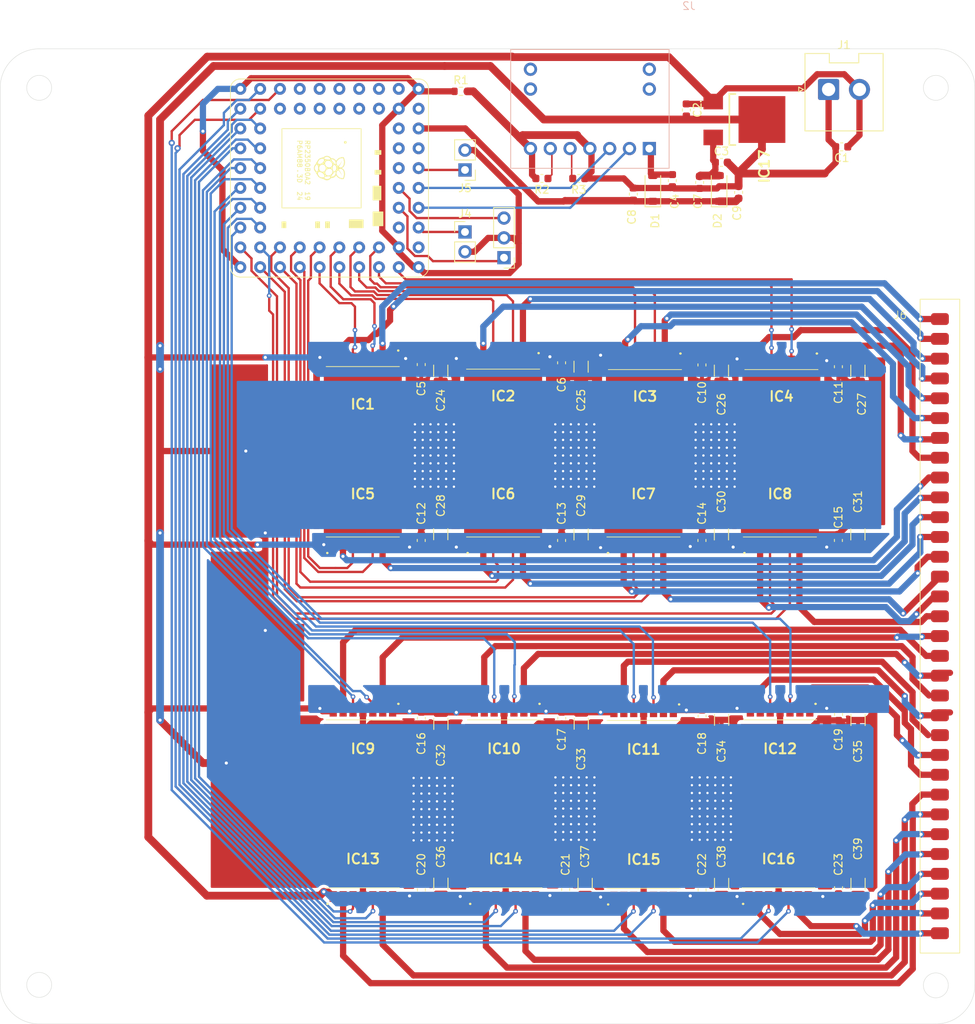
<source format=kicad_pcb>
(kicad_pcb (version 20240108) (generator "pcbnew") (generator_version "8.0")
  (layers (0 "F.Cu" signal) (31 "B.Cu" signal) (34 "B.Paste" user) (35 "F.Paste" user) (36 "B.SilkS" user "B.Silkscreen") (37 "F.SilkS" user "F.Silkscreen") (38 "B.Mask" user) (39 "F.Mask" user) (44 "Edge.Cuts" user))
  (net 0 "")
  (net 1 "VDD")
  (net 2 "GNDPWR")
  (net 3 "+5V")
  (net 4 "+5VD")
  (net 5 "VBUS")
  (net 6 "FIN1")
  (net 7 "RIN1")
  (net 8 "OUT2_{IC1}")
  (net 9 "OUT1_{IC1}")
  (net 10 "OUT1_{IC2}")
  (net 11 "RIN2")
  (net 12 "FIN2")
  (net 13 "OUT2_{IC2}")
  (net 14 "RIN3")
  (net 15 "OUT2_{IC3}")
  (net 16 "FIN3")
  (net 17 "OUT1_{IC3}")
  (net 18 "OUT1_{IC4}")
  (net 19 "OUT2_{IC4}")
  (net 20 "FIN4")
  (net 21 "RIN4")
  (net 22 "FIN5")
  (net 23 "OUT1_{IC5}")
  (net 24 "OUT2_{IC5}")
  (net 25 "RIN5")
  (net 26 "FIN6")
  (net 27 "RIN6")
  (net 28 "OUT1_{IC6}")
  (net 29 "OUT2_{IC6}")
  (net 30 "OUT1_{IC7}")
  (net 31 "FIN7")
  (net 32 "OUT2_{IC7}")
  (net 33 "RIN7")
  (net 34 "OUT1_{IC8}")
  (net 35 "FIN8")
  (net 36 "RIN8")
  (net 37 "OUT2_{IC8}")
  (net 38 "FIN9")
  (net 39 "OUT1_{IC9}")
  (net 40 "RIN9")
  (net 41 "OUT2_{IC9}")
  (net 42 "OUT2_{IC10}")
  (net 43 "OUT1_{IC10}")
  (net 44 "RIN10")
  (net 45 "FIN10")
  (net 46 "OUT2_{IC11}")
  (net 47 "OUT1_{IC11}")
  (net 48 "FIN11")
  (net 49 "RIN11")
  (net 50 "OUT2_{IC12}")
  (net 51 "OUT1_{IC12}")
  (net 52 "FIN12")
  (net 53 "RIN12")
  (net 54 "FIN13")
  (net 55 "RIN13")
  (net 56 "OUT2_{IC13}")
  (net 57 "OUT1_{IC13}")
  (net 58 "FIN14")
  (net 59 "OUT2_{IC14}")
  (net 60 "RIN14")
  (net 61 "OUT1_{IC14}")
  (net 62 "OUT1_{IC15}")
  (net 63 "RIN15")
  (net 64 "FIN15")
  (net 65 "OUT2_{IC15}")
  (net 66 "RIN16")
  (net 67 "OUT1_{IC16}")
  (net 68 "FIN16")
  (net 69 "OUT2_{IC16}")
  (net 70 "GNDA")
  (net 80 "D-")
  (net 82 "RUN")
  (net 83 "SWDIO")
  (net 86 "D+")
  (net 87 "SWCLK")
  (net 92 "BOOTSEL")
  (net 96 "Net-(J2-CC1)")
  (net 97 "Net-(J2-CC2)")
  (footprint "Capacitor_SMD:C_1206_3216Metric" (layer "F.Cu") (at 153.5 74.189 -90)
    (property "Reference" "C25")
    (property "Value" "10u")
  )
  (footprint "Capacitor_SMD:C_1206_3216Metric" (layer "F.Cu") (at 171.52 140.482 90)
    (property "Reference" "C38")
    (property "Value" "10u")
  )
  (footprint "Capacitor_SMD:C_1206_3216Metric" (layer "F.Cu") (at 135.52 119.982 -90)
    (property "Reference" "C32")
    (property "Value" "10u")
  )
  (footprint "Capacitor_SMD:C_1206_3216Metric" (layer "F.Cu") (at 153.52 119.957 -90)
    (property "Reference" "C33")
    (property "Value" "10u")
  )
  (footprint "Capacitor_SMD:C_1206_3216Metric" (layer "F.Cu") (at 154.02 140.482 90)
    (property "Reference" "C37")
    (property "Value" "10u")
  )
  (footprint "Capacitor_SMD:C_0603_1608Metric" (layer "F.Cu") (at 133 96.464 90)
    (property "Reference" "C12")
    (property "Value" "0.1u")
  )
  (footprint "Capacitor_SMD:C_1206_3216Metric" (layer "F.Cu") (at 135.5 74.689 -90)
    (property "Reference" "C24")
    (property "Value" "10u")
  )
  (footprint "0_foot:BD6222HFPTR" (layer "F.Cu") (at 143.83 137.554)
    (property "Reference" "IC14")
    (property "Value" "BD6222HFP-TR" (hide yes))
  )
  (footprint "Diode_SMD:D_SOD-123" (layer "F.Cu") (at 171.2025 51.335 90)
    (property "Reference" "D2")
    (property "Value" "SBD")
  )
  (footprint "Capacitor_SMD:C_0603_1608Metric" (layer "F.Cu") (at 169 96.464 90)
    (property "Reference" "C14")
    (property "Value" "0.1u")
  )
  (footprint "Capacitor_SMD:C_0603_1608Metric" (layer "F.Cu") (at 169 73.964 -90)
    (property "Reference" "C10")
    (property "Value" "0.1u")
  )
  (footprint "Capacitor_SMD:C_0603_1608Metric" (layer "F.Cu") (at 169.02 118.982 -90)
    (property "Reference" "C18")
    (property "Value" "0.1u")
  )
  (footprint "0_foot:BD6222HFPTR" (layer "F.Cu") (at 178.83 137.554)
    (property "Reference" "IC16")
    (property "Value" "BD6222HFP-TR" (hide yes))
  )
  (footprint "0_foot:BD6222HFPTR" (layer "F.Cu") (at 125.52 122.91 180)
    (property "Reference" "IC9")
    (property "Value" "BD6222HFP-TR" (hide yes))
  )
  (footprint "Connector_PinHeader_2.54mm:PinHeader_1x02_P2.54mm_Vertical" (layer "F.Cu") (at 138.61 48.965 180)
    (property "Reference" "J5")
    (property "Value" "Conn_01x02_Socket")
  )
  (footprint "Capacitor_SMD:C_1206_3216Metric" (layer "F.Cu") (at 135.5 95.664 90)
    (property "Reference" "C28")
    (property "Value" "10u")
  )
  (footprint "Capacitor_SMD:C_1206_3216Metric" (layer "F.Cu") (at 171.5 74.689 -90)
    (property "Reference" "C26")
    (property "Value" "10u")
  )
  (footprint "0_foot:32pin smd con" (layer "F.Cu") (at 194.44 68.08)
    (property "Reference" "J6")
    (property "Value" "OUTPUT")
  )
  (footprint "Capacitor_SMD:C_0603_1608Metric" (layer "F.Cu") (at 167 41.275 -90)
    (property "Reference" "C2")
    (property "Value" "1u")
  )
  (footprint "Capacitor_SMD:C_0603_1608Metric" (layer "F.Cu") (at 186.5 74.189 -90)
    (property "Reference" "C11")
    (property "Value" "0.1u")
  )
  (footprint "0_foot:BD6222HFPTR" (layer "F.Cu") (at 143.62 122.91 180)
    (property "Reference" "IC10")
    (property "Value" "BD6222HFP-TR" (hide yes))
  )
  (footprint "Capacitor_SMD:C_0603_1608Metric" (layer "F.Cu") (at 133.02 119.257 -90)
    (property "Reference" "C16")
    (property "Value" "0.1u")
  )
  (footprint "Resistor_SMD:R_0603_1608Metric" (layer "F.Cu") (at 138.09 38.89)
    (property "Reference" "R1")
    (property "Value" "0")
  )
  (footprint "Connector_PinHeader_2.54mm:PinHeader_1x03_P2.54mm_Vertical" (layer "F.Cu") (at 143.61 60.215 180)
    (property "Reference" "J3" (hide yes))
    (property "Value" "Conn_01x03_Socket")
  )
  (footprint "Capacitor_SMD:C_1206_3216Metric" (layer "F.Cu") (at 189 74.689 -90)
    (property "Reference" "C27")
    (property "Value" "10u")
  )
  (footprint "0_foot:BD6222HFPTR" (layer "F.Cu") (at 161.52 122.982 180)
    (property "Reference" "IC11")
    (property "Value" "BD6222HFP-TR" (hide yes))
  )
  (footprint "Capacitor_SMD:C_0603_1608Metric" (layer "F.Cu") (at 169.02 141.257 90)
    (property "Reference" "C22")
    (property "Value" "0.1u")
  )
  (footprint "Capacitor_SMD:C_0603_1608Metric" (layer "F.Cu") (at 153.2025 50.06)
    (property "Reference" "R3")
    (property "Value" "5.1k")
  )
  (footprint "Capacitor_SMD:C_0603_1608Metric" (layer "F.Cu") (at 186.5 96.464 90)
    (property "Reference" "C15")
    (property "Value" "0.1u")
  )
  (footprint "Capacitor_SMD:C_0603_1608Metric" (layer "F.Cu") (at 160.2025 52.06 90)
    (property "Reference" "C8")
    (property "Value" "0.1u")
  )
  (footprint "0_foot:BD6222HFPTR" (layer "F.Cu") (at 125.52 137.554)
    (property "Reference" "IC13")
    (property "Value" "BD6222HFP-TR" (hide yes))
  )
  (footprint "Capacitor_SMD:C_1206_3216Metric" (layer "F.Cu") (at 189.02 119.482 -90)
    (property "Reference" "C35")
    (property "Value" "10u")
  )
  (footprint "Connector_JST:JST_VH_B2P-VH-FB-B_1x02_P3.96mm_Vertical" (layer "F.Cu") (at 185.2425 38.65)
    (property "Reference" "J1")
    (property "Value" "Conn_01x02_Pin")
  )
  (footprint "Connector_PinHeader_2.54mm:PinHeader_1x02_P2.54mm_Vertical" (layer "F.Cu") (at 138.61 56.915)
    (property "Reference" "J4")
    (property "Value" "Conn_01x02_Socket")
  )
  (footprint "Capacitor_SMD:C_0603_1608Metric" (layer "F.Cu") (at 151 73.689 -90)
    (property "Reference" "C6")
    (property "Value" "0.1u")
  )
  (footprint "Diode_SMD:D_SOD-123" (layer "F.Cu") (at 162.7025 51.335 90)
    (property "Reference" "D1")
    (property "Value" "SBD")
  )
  (footprint "Capacitor_SMD:C_0603_1608Metric" (layer "F.Cu") (at 151 96.464 90)
    (property "Reference" "C13")
    (property "Value" "0.1u")
  )
  (footprint "0_foot:BD6222HFPTR" (layer "F.Cu") (at 179.02 122.91 180)
    (property "Reference" "IC12")
    (property "Value" "BD6222HFP-TR" (hide yes))
  )
  (footprint "Capacitor_SMD:C_0603_1608Metric" (layer "F.Cu") (at 151.02 119.257 -90)
    (property "Reference" "C17")
    (property "Value" "0.1u")
  )
  (footprint "0_foot:BD6222HFPTR" (layer "F.Cu") (at 161.5 92.572)
    (property "Reference" "IC7")
    (property "Value" "BD6222HFP-TR" (hide yes))
  )
  (footprint "Capacitor_SMD:C_0603_1608Metric" (layer "F.Cu") (at 173.7025 51.835 90)
    (property "Reference" "C9")
    (property "Value" "0.1u")
  )
  (footprint "Capacitor_SMD:C_1206_3216Metric" (layer "F.Cu") (at 171.5 95.689 90)
    (property "Reference" "C30")
    (property "Value" "10u")
  )
  (footprint "Capacitor_SMD:C_0603_1608Metric" (layer "F.Cu") (at 151.52 141.207 90)
    (property "Reference" "C21")
    (property "Value" "0.1u")
  )
  (footprint "Capacitor_SMD:C_0603_1608Metric" (layer "F.Cu") (at 133 73.914 -90)
    (property "Reference" "C5")
    (property "Value" "0.1u")
  )
  (footprint "0_foot:BD6222HFPTR" (layer "F.Cu") (at 125.5 77.617 180)
    (property "Reference" "IC1")
    (property "Value" "BD6222HFP-TR" (hide yes))
  )
  (footprint "Capacitor_SMD:C_1206_3216Metric" (layer "F.Cu") (at 171.52 119.457 -90)
    (property "Reference" "C34")
    (property "Value" "10u")
  )
  (footprint "0_foot:BD6222HFPTR" (layer "F.Cu") (at 161.69 78.003 180)
    (property "Reference" "IC3")
    (property "Value" "BD6222HFP-TR" (hide yes))
  )
  (footprint "0_foot:BD6222HFPTR" (layer "F.Cu") (at 161.52 137.626)
    (property "Reference" "IC15")
    (property "Value" "BD6222HFP-TR" (hide yes))
  )
  (footprint "Capacitor_SMD:C_0603_1608Metric" (layer "F.Cu") (at 186.52 140.982 90)
    (property "Reference" "C23")
    (property "Value" "0.1u")
  )
  (footprint "0_foot:NJM7805SDL1TE1" (layer "F.Cu") (at 174.5 42.5 -90)
    (property "Reference" "IC17")
    (property "Value" "NJM7805SDL1-TE1" (hide yes))
  )
  (footprint "Capacitor_SMD:C_0603_1608Metric" (layer "F.Cu") (at 148.4775 50.06 180)
    (property "Reference" "R2")
    (property "Value" "5.1k")
  )
  (footprint "Capacitor_SMD:C_0603_1608Metric" (layer "F.Cu") (at 165.2025 50.335 -90)
    (property "Reference" "C4")
    (property "Value" "0.1u")
  )
  (footprint "0_foot:PGA2350" (layer "F.Cu") (at 121.23 50 -90)
    (property "Reference" "U1" (hide yes))
    (property "Value" "~")
  )
  (footprint "0_foot:BD6222HFPTR" (layer "F.Cu") (at 143.5 92.572)
    (property "Reference" "IC6")
    (property "Value" "BD6222HFP-TR" (hide yes))
  )
  (footprint "0_foot:BD6222HFPTR" (layer "F.Cu") (at 143.5 77.95 180)
    (property "Reference" "IC2")
    (property "Value" "BD6222HFP-TR" (hide yes))
  )
  (footprint "Capacitor_SMD:C_0603_1608Metric" (layer "F.Cu") (at 133.02 141.257 90)
    (property "Reference" "C20")
    (property "Value" "0.1u")
  )
  (footprint "0_foot:BD6222HFPTR" (layer "F.Cu") (at 179 92.572)
    (property "Reference" "IC8")
    (property "Value" "BD6222HFP-TR" (hide yes))
  )
  (footprint "Capacitor_SMD:C_0603_1608Metric" (layer "F.Cu") (at 168.7025 50.56 -90)
    (property "Reference" "C7")
    (property "Value" "0.1u")
  )
  (footprint "Capacitor_SMD:C_0603_1608Metric" (layer "F.Cu") (at 186.9275 46 180)
    (property "Reference" "C1")
    (property "Value" "0.1u")
  )
  (footprint "Capacitor_SMD:C_0603_1608Metric" (layer "F.Cu") (at 171.5 48)
    (property "Reference" "C3")
    (property "Value" "0.1u")
  )
  (footprint "0_foot:BD6222HFPTR" (layer "F.Cu") (at 179.19 78.003 180)
    (property "Reference" "IC4")
    (property "Value" "BD6222HFP-TR" (hide yes))
  )
  (footprint "Capacitor_SMD:C_0603_1608Metric" (layer "F.Cu") (at 186.52 118.757 -90)
    (property "Reference" "C19")
    (property "Value" "0.1u")
  )
  (footprint "Capacitor_SMD:C_1206_3216Metric" (layer "F.Cu") (at 189 95.689 90)
    (property "Reference" "C31")
    (property "Value" "10u")
  )
  (footprint "Capacitor_SMD:C_1206_3216Metric" (layer "F.Cu") (at 135.52 140.457 90)
    (property "Reference" "C36")
    (property "Value" "10u")
  )
  (footprint "Capacitor_SMD:C_1206_3216Metric" (layer "F.Cu") (at 153.5 95.689 90)
    (property "Reference" "C29")
    (property "Value" "10u")
  )
  (footprint "0_foot:BD6222HFPTR" (layer "F.Cu") (at 125.5 92.572)
    (property "Reference" "IC5")
    (property "Value" "BD6222HFP-TR" (hide yes))
  )
  (footprint "Capacitor_SMD:C_1206_3216Metric" (layer "F.Cu") (at 189.02 140.482 90)
    (property "Reference" "C39")
    (property "Value" "10u")
  )
  (footprint "0_foot:USBCmod" (layer "B.Cu") (at 167.33 28.44 180)
    (property "Reference" "J2")
    (property "Value" "~")
  )
  (gr_line (start 84 33.44) (end 199 33.44) (stroke (width 0.05)) (layer "Edge.Cuts"))
  (gr_arc (start 199 33.44) (mid 202.535534 34.904466) (end 204 38.44) (stroke (width 0.05)) (layer "Edge.Cuts"))
  (gr_circle (center 84 38.44) (end 85.6 38.44) (stroke (width 0.05)) (fill none) (layer "Edge.Cuts"))
  (gr_circle (center 199 153.5) (end 200.6 153.5) (stroke (width 0.05)) (fill none) (layer "Edge.Cuts"))
  (gr_circle (center 84 153.44) (end 85.6 153.44) (stroke (width 0.05)) (fill none) (layer "Edge.Cuts"))
  (gr_arc (start 84 158.44) (mid 80.464466 156.975534) (end 79 153.44) (stroke (width 0.05)) (layer "Edge.Cuts"))
  (gr_line (start 79 153.44) (end 79 38.44) (stroke (width 0.05)) (layer "Edge.Cuts"))
  (gr_circle (center 199 38.44) (end 200.6 38.44) (stroke (width 0.05)) (fill none) (layer "Edge.Cuts"))
  (gr_arc (start 79 38.44) (mid 80.464466 34.904466) (end 84 33.44) (stroke (width 0.05)) (layer "Edge.Cuts"))
  (gr_arc (start 204 153.44) (mid 202.535534 156.975534) (end 199 158.44) (stroke (width 0.05)) (layer "Edge.Cuts"))
  (gr_line (start 204 38.44) (end 204 153.44) (stroke (width 0.05)) (layer "Edge.Cuts"))
  (gr_line (start 199 158.44) (end 84 158.44) (stroke (width 0.05)) (layer "Edge.Cuts"))
  (segment (start 153.5 72.714) (end 151.2 72.714) (width 0.8) (layer "F.Cu") (net 1))
  (segment (start 149.5 97.239) (end 147.385 97.239) (width 0.8) (layer "F.Cu") (net 1))
  (segment (start 189 73.214) (end 188.8 73.414) (width 0.8) (layer "F.Cu") (net 1))
  (segment (start 98 96.5) (end 98 73) (width 1) (layer "F.Cu") (net 1))
  (segment (start 167 118.207) (end 169.02 118.207) (width 0.8) (layer "F.Cu") (net 1))
  (segment (start 120.5 141.5) (end 121.103 141.5) (width 0.8) (layer "F.Cu") (net 1))
  (segment (start 132.925 97.314) (end 133 97.239) (width 0.8) (layer "F.Cu") (net 1))
  (segment (start 165.33 118.429) (end 165.552 118.207) (width 0.8) (layer "F.Cu") (net 1))
  (segment (start 135.52 141.932) (end 133.12 141.932) (width 0.8) (layer "F.Cu") (net 1))
  (segment (start 167 40.5) (end 170.145 40.5) (width 0.8) (layer "F.Cu") (net 1))
  (segment (start 156 118.482) (end 157.657 118.482) (width 0.8) (layer "F.Cu") (net 1))
  (segment (start 173.5 117.982) (end 171.52 117.982) (width 0.8) (layer "F.Cu") (net 1))
  (segment (start 186.545 118.007) (end 186.52 117.982) (width 0.8) (layer "F.Cu") (net 1))
  (segment (start 184.5 142.107) (end 186.17 142.107) (width 0.8) (layer "F.Cu") (net 1))
  (segment (start 137.5 97.314) (end 135.675 97.314) (width 0.8) (layer "F.Cu") (net 1))
  (segment (start 186.575 97.164) (end 186.5 97.239) (width 0.8) (layer "F.Cu") (net 1))
  (segment (start 120.625 97.125) (end 120.5 97) (width 0.8) (layer "F.Cu") (net 1))
  (segment (start 135.425 73.139) (end 135.5 73.214) (width 0.8) (layer "F.Cu") (net 1))
  (segment (start 154.02 141.957) (end 151.545 141.957) (width 0.8) (layer "F.Cu") (net 1))
  (segment (start 189.2025 44.5) (end 187.7025 46) (width 0.8) (layer "F.Cu") (net 1))
  (segment (start 183.78349 36.7) (end 182 38.48349) (width 0.8) (layer "F.Cu") (net 1))
  (segment (start 183.225 73.414) (end 185 73.414) (width 0.8) (layer "F.Cu") (net 1))
  (segment (start 151.5 97.239) (end 149.5 97.239) (width 0.8) (layer "F.Cu") (net 1))
  (segment (start 135.695 142.107) (end 135.52 141.932) (width 0.8) (layer "F.Cu") (net 1))
  (segment (start 135.578 73.136) (end 135.5 73.214) (width 0.8) (layer "F.Cu") (net 1))
  (segment (start 153.52 118.482) (end 156 118.482) (width 0.8) (layer "F.Cu") (net 1))
  (segment (start 156 72.714) (end 153.5 72.714) (width 0.8) (layer "F.Cu") (net 1))
  (segment (start 121.71 118.357) (end 120.357 118.357) (width 0.8) (layer "F.Cu") (net 1))
  (segment (start 185 73.414) (end 186.5 73.414) (width 0.8) (layer "F.Cu") (net 1))
  (segment (start 151.545 141.957) (end 151.52 141.982) (width 0.8) (layer "F.Cu") (net 1))
  (segment (start 171.525 73.189) (end 171.5 73.214) (width 0.8) (layer "F.Cu") (net 1))
  (segment (start 169.02 142.032) (end 167.5 142.032) (width 0.8) (layer "F.Cu") (net 1))
  (segment (start 137.5 73.136) (end 135.578 73.136) (width 0.8) (layer "F.Cu") (net 1))
  (segment (start 157.88 73.189) (end 157.405 72.714) (width 0.8) (layer "F.Cu") (net 1))
  (segment (start 135.52 118.507) (end 137.5 118.507) (width 0.8) (layer "F.Cu") (net 1))
  (segment (start 165.552 118.207) (end 167 118.207) (width 0.8) (layer "F.Cu") (net 1))
  (segment (start 171.445 142.032) (end 171.52 141.957) (width 0.8) (layer "F.Cu") (net 1))
  (segment (start 147.765 141.982) (end 147.64 142.107) (width 0.8) (layer "F.Cu") (net 1))
  (segment (start 157.69 97.386) (end 156 97.386) (width 0.8) (layer "F.Cu") (net 1))
  (segment (start 189.2025 38.65) (end 189.2025 44.5) (width 0.8) (layer "F.Cu") (net 1))
  (segment (start 169 97.239) (end 171.425 97.239) (width 0.8) (layer "F.Cu") (net 1))
  (segment (start 120 142) (end 120.5 141.5) (width 1) (layer "F.Cu") (net 1))
  (segment (start 129.405 142.032) (end 129.33 142.107) (width 0.8) (layer "F.Cu") (net 1))
  (segment (start 131 73.139) (end 129.385 73.139) (width 0.8) (layer "F.Cu") (net 1))
  (segment (start 151.2 72.714) (end 151 72.914) (width 0.8) (layer "F.Cu") (net 1))
  (segment (start 151 97.239) (end 151.5 97.239) (width 0.8) (layer "F.Cu") (net 1))
  (segment (start 121.626 73) (end 121.69 73.064) (width 0.8) (layer "F.Cu") (net 1))
  (segment (start 182 38.48349) (end 182 38.5) (width 0.8) (layer "F.Cu") (net 1))
  (segment (start 154.242 142.179) (end 154.02 141.957) (width 0.8) (layer "F.Cu") (net 1))
  (segment (start 169.02 142.032) (end 171.445 142.032) (width 0.8) (layer "F.Cu") (net 1))
  (segment (start 147.385 97.239) (end 147.31 97.314) (width 0.8) (layer "F.Cu") (net 1))
  (segment (start 185 97.314) (end 186.425 97.314) (width 0.8) (layer "F.Cu") (net 1))
  (segment (start 105.5 142) (end 120 142) (width 1) (layer "F.Cu") (net 1))
  (segment (start 171.52 117.982) (end 169.245 117.982) (width 0.8) (layer "F.Cu") (net 1))
  (segment (start 188.8 73.414) (end 186.5 73.414) (width 0.8) (layer "F.Cu") (net 1))
  (segment (start 187.2525 36.7) (end 183.78349 36.7) (width 0.8) (layer "F.Cu") (net 1))
  (segment (start 175.21 118.357) (end 174.835 117.982) (width 0.8) (layer "F.Cu") (net 1))
  (segment (start 131.5 142.032) (end 129.405 142.032) (width 0.8) (layer "F.Cu") (net 1))
  (segment (start 157.71 142.179) (end 156 142.179) (width 0.8) (layer "F.Cu") (net 1))
  (segment (start 169.025 73.214) (end 169 73.189) (width 0.8) (layer "F.Cu") (net 1))
  (segment (start 169 97.239) (end 167.5 97.239) (width 0.8) (layer "F.Cu") (net 1))
  (segment (start 156 142.179) (end 154.242 142.179) (width 0.8) (layer "F.Cu") (net 1))
  (segment (start 133 73.139) (end 135.425 73.139) (width 0.8) (layer "F.Cu") (net 1))
  (segment (start 171.425 97.239) (end 171.5 97.164) (width 0.8) (layer "F.Cu") (net 1))
  (segment (start 151.02 118.482) (end 153.52 118.482) (width 0.8) (layer "F.Cu") (net 1))
  (segment (start 147.43 118.357) (end 149 118.357) (width 0.8) (layer "F.Cu") (net 1))
  (segment (start 133 73.139) (end 131 73.139) (width 0.8) (layer "F.Cu") (net 1))
  (segment (start 189 97.164) (end 186.575 97.164) (width 0.8) (layer "F.Cu") (net 1))
  (segment (start 149.5 72.914) (end 147.532 72.914) (width 0.8) (layer "F.Cu") (net 1))
  (segment (start 170.145 40.5) (end 170.445 40.2) (width 0.8) (layer "F.Cu") (net 1))
  (segment (start 151 72.914) (end 149.5 72.914) (width 0.8) (layer "F.Cu") (net 1))
  (segment (start 173.5 73.189) (end 171.525 73.189) (width 0.8) (layer "F.Cu") (net 1))
  (segment (start 186.72 141.957) (end 186.52 141.757) (width 0.8) (layer "F.Cu") (net 1))
  (segment (start 133 97.239) (end 135.4 97.239) (width 0.8) (layer "F.Cu") (net 1))
  (segment (start 133.12 141.932) (end 133.02 142.032) (width 0.8) (layer "F.Cu") (net 1))
  (segment (start 98 96.5) (end 98.5 97) (width 0.8) (layer "F.Cu") (net 1))
  (segment (start 169.245 117.982) (end 169.02 118.207) (width 0.8) (layer "F.Cu") (net 1))
  (segment (start 174.835 117.982) (end 173.5 117.982) (width 0.8) (layer "F.Cu") (net 1))
  (segment (start 167.5 142.032) (end 165.477 142.032) (width 0.8) (layer "F.Cu") (net 1))
  (segment (start 139.66 118.507) (end 139.81 118.357) (width 0.8) (layer "F.Cu") (net 1))
  (segment (start 153.425 97.239) (end 153.5 97.164) (width 0.8) (layer "F.Cu") (net 1))
  (segment (start 186.52 117.982) (end 185 117.982) (width 0.8) (layer "F.Cu") (net 1))
  (segment (start 175.38 73.189) (end 173.5 73.189) (width 0.8) (layer "F.Cu") (net 1))
  (segment (start 183.205 117.982) (end 182.83 118.357) (width 0.8) (layer "F.Cu") (net 1))
  (segment (start 135.675 97.314) (end 135.5 97.139) (width 0.8) (layer "F.Cu") (net 1))
  (segment (start 182.64 142.107) (end 184.5 142.107) (width 0.8) (layer "F.Cu") (net 1))
  (segment (start 157.405 72.714) (end 156 72.714) (width 0.8) (layer "F.Cu") (net 1))
  (segment (start 139.69 97.314) (end 137.5 97.314) (width 0.8) (layer "F.Cu") (net 1))
  (segment (start 153.722 97.386) (end 153.5 97.164) (width 0.8) (layer "F.Cu") (net 1))
  (segment (start 140.02 142.107) (end 138 142.107) (width 0.8) (layer "F.Cu") (net 1))
  (segment (start 132.895 118.357) (end 133.02 118.482) (width 0.8) (layer "F.Cu") (net 1))
  (segment (start 157.657 118.482) (end 157.71 118.429) (width 0.8) (layer "F.Cu") (net 1))
  (segment (start 121.69 97.125) (end 120.625 97.125) (width 0.8) (layer "F.Cu") (net 1))
  (segment (start 189.2025 38.65) (end 187.2525 36.7) (width 0.8) (layer "F.Cu") (net 1))
  (segment (start 135.495 118.482) (end 135.52 118.507) (width 0.8) (layer "F.Cu") (net 1))
  (segment (start 172.145 38.5) (end 182 38.5) (width 0.8) (layer "F.Cu") (net 1))
  (segment (start 129.31 97.314) (end 131.5 97.314) (width 0.8) (layer "F.Cu") (net 1))
  (segment (start 189.02 118.007) (end 186.545 118.007) (width 0.8) (layer "F.Cu") (net 1))
  (segment (start 98.5 97) (end 112 97) (width 0.8) (layer "F.Cu") (net 1))
  (segment (start 156 97.386) (end 153.722 97.386) (width 0.8) (layer "F.Cu") (net 1))
  (segment (start 186.17 142.107) (end 186.52 141.757) (width 0.8) (layer "F.Cu") (net 1))
  (segment (start 185 117.982) (end 183.205 117.982) (width 0.8) (layer "F.Cu") (net 1))
  (segment (start 173.5 142.107) (end 171.67 142.107) (width 0.8) (layer "F.Cu") (net 1))
  (segment (start 182.81 97.314) (end 185 97.314) (width 0.8) (layer "F.Cu") (net 1))
  (segment (start 149 118.357) (end 150.895 118.357) (width 0.8) (layer "F.Cu") (net 1))
  (segment (start 171.67 142.107) (end 171.52 141.957) (width 0.8) (layer "F.Cu") (net 1))
  (segment (start 137.5 118.507) (end 139.66 118.507) (width 0.8) (layer "F.Cu") (net 1))
  (segment (start 165.457 97.239) (end 165.31 97.386) (width 0.8) (layer "F.Cu") (net 1))
  (segment (start 121.103 141.5) (end 121.71 142.107) (width 0.8) (layer "F.Cu") (net 1))
  (segment (start 171.65 97.314) (end 171.5 97.164) (width 0.8) (layer "F.Cu") (net 1))
  (segment (start 183 73.189) (end 183.225 73.414) (width 0.8) (layer "F.Cu") (net 1))
  (segment (start 167.5 97.239) (end 165.457 97.239) (width 0.8) (layer "F.Cu") (net 1))
  (segment (start 164.745 34.5) (end 170.445 40.2) (width 1) (layer "F.Cu") (net 1))
  (segment (start 105.56 34.44) (end 144.657968 34.44) (width 1) (layer "F.Cu") (net 1))
  (segment (start 165.477 142.032) (end 165.33 142.179) (width 0.8) (layer "F.Cu") (net 1))
  (segment (start 147.532 72.914) (end 147.31 73.136) (width 0.8) (layer "F.Cu") (net 1))
  (segment (start 133.02 142.032) (end 131.5 142.032) (width 0.8) (layer "F.Cu") (net 1))
  (segment (start 175.19 97.314) (end 173 97.314) (width 0.8) (layer "F.Cu") (net 1))
  (segment (start 98 118.5) (end 98.5 118) (width 0.8) (layer "F.Cu") (net 1))
  (segment (start 151.52 141.982) (end 149.5 141.982) (width 0.8) (layer "F.Cu") (net 1))
  (segment (start 149.5 141.982) (end 147.765 141.982) (width 0.8) (layer "F.Cu") (net 1))
  (segment (start 120 73) (end 121.626 73) (width 0.8) (layer "F.Cu") (net 1))
  (segment (start 129.385 73.139) (end 129.31 73.064) (width 0.8) (layer "F.Cu") (net 1))
  (segment (start 98 118.5) (end 98 134.5) (width 1) (layer "F.Cu") (net 1))
  (segment (start 186.425 97.314) (end 186.5 97.239) (width 0.8) (layer "F.Cu") (net 1))
  (segment (start 150.895 118.357) (end 151.02 118.482) (width 0.8) (layer "F.Cu") (net 1))
  (segment (start 170.445 40.2) (end 172.145 38.5) (width 0.8) (layer "F.Cu") (net 1))
  (segment (start 171.5 73.214) (end 169.025 73.214) (width 0.8) (layer "F.Cu") (net 1))
  (segment (start 173 97.314) (end 171.65 97.314) (width 0.8) (layer "F.Cu") (net 1))
  (segment (start 138 142.107) (end 135.695 142.107) (width 0.8) (layer "F.Cu") (net 1))
  (segment (start 129.33 118.357) (end 131.5 118.357) (width 0.8) (layer "F.Cu") (net 1))
  (segment (start 189.02 141.957) (end 186.72 141.957) (width 0.8) (layer "F.Cu") (net 1))
  (segment (start 113 73) (end 98 73) (width 0.8) (layer "F.Cu") (net 1))
  (segment (start 98 73) (end 98 42) (width 1) (layer "F.Cu") (net 1))
  (segment (start 120.357 118.357) (end 120 118) (width 0.8) (layer "F.Cu") (net 1))
  (segment (start 98 42) (end 105.56 34.44) (width 1) (layer "F.Cu") (net 1))
  (segment (start 175.02 142.107) (end 173.5 142.107) (width 0.8) (layer "F.Cu") (net 1))
  (segment (start 98 118.5) (end 98 96.5) (width 1) (layer "F.Cu") (net 1))
  (segment (start 165.5 73.189) (end 169 73.189) (width 0.8) (layer "F.Cu") (net 1))
  (segment (start 151.5 97.239) (end 153.425 97.239) (width 0.8) (layer "F.Cu") (net 1))
  (segment (start 133.02 118.482) (end 135.495 118.482) (width 0.8) (layer "F.Cu") (net 1))
  (segment (start 131.5 118.357) (end 132.895 118.357) (width 0.8) (layer "F.Cu") (net 1))
  (segment (start 98 134.5) (end 105.5 142) (width 1) (layer "F.Cu") (net 1))
  (segment (start 135.4 97.239) (end 135.5 97.139) (width 0.8) (layer "F.Cu") (net 1))
  (segment (start 144.657968 34.44) (end 144.717968 34.5) (width 1) (layer "F.Cu") (net 1))
  (segment (start 98.5 118) (end 120 118) (width 0.8) (layer "F.Cu") (net 1))
  (segment (start 139.69 73.136) (end 137.5 73.136) (width 0.8) (layer "F.Cu") (net 1))
  (segment (start 144.717968 34.5) (end 164.745 34.5) (width 1) (layer "F.Cu") (net 1))
  (segment (start 131.5 97.314) (end 132.925 97.314) (width 0.8) (layer "F.Cu") (net 1))
  (via (at 167 118.207) (size 0.8) (drill 0.4) (layers "F.Cu" "B.Cu") (net 1))
  (via (at 149.5 141.982) (size 0.8) (drill 0.4) (layers "F.Cu" "B.Cu") (net 1))
  (via (at 137.5 118.507) (size 0.8) (drill 0.4) (layers "F.Cu" "B.Cu") (net 1))
  (via (at 131.5 97.314) (size 0.8) (drill 0.4) (layers "F.Cu" "B.Cu") (net 1))
  (via (at 131.5 118.357) (size 0.8) (drill 0.4) (layers "F.Cu" "B.Cu") (net 1))
  (via (at 156 72.714) (size 0.8) (drill 0.4) (layers "F.Cu" "B.Cu") (net 1))
  (via (at 185 117.982) (size 0.8) (drill 0.4) (layers "F.Cu" "B.Cu") (net 1))
  (via (at 131.5 142.032) (size 0.8) (drill 0.4) (layers "F.Cu" "B.Cu") (net 1))
  (via (at 173.5 117.982) (size 0.8) (drill 0.4) (layers "F.Cu" "B.Cu") (net 1))
  (via (at 112 97) (size 0.8) (drill 0.4) (layers "F.Cu" "B.Cu") (net 1))
  (via (at 120 73) (size 0.8) (drill 0.4) (layers "F.Cu" "B.Cu") (net 1))
  (via (at 149 118.357) (size 0.8) (drill 0.4) (layers "F.Cu" "B.Cu") (net 1))
  (via (at 156 118.482) (size 0.8) (drill 0.4) (layers "F.Cu" "B.Cu") (net 1))
  (via (at 149.5 72.914) (size 0.8) (drill 0.4) (layers "F.Cu" "B.Cu") (net 1))
  (via (at 173.5 142.107) (size 0.8) (drill 0.4) (layers "F.Cu" "B.Cu") (net 1))
  (via (at 173.5 73.189) (size 0.8) (drill 0.4) (layers "F.Cu" "B.Cu") (net 1))
  (via (at 113 73) (size 0.8) (drill 0.4) (layers "F.Cu" "B.Cu") (net 1))
  (via (at 167.5 142.032) (size 0.8) (drill 0.4) (layers "F.Cu" "B.Cu") (net 1))
  (via (at 184.5 142.107) (size 0.8) (drill 0.4) (layers "F.Cu" "B.Cu") (net 1))
  (via (at 120.5 141.5) (size 0.8) (drill 0.4) (layers "F.Cu" "B.Cu") (net 1))
  (via (at 138 142.107) (size 0.8) (drill 0.4) (layers "F.Cu" "B.Cu") (net 1))
  (via (at 120 118) (size 0.8) (drill 0.4) (layers "F.Cu" "B.Cu") (net 1))
  (via (at 137.5 97.314) (size 0.8) (drill 0.4) (layers "F.Cu" "B.Cu") (net 1))
  (via (at 137.5 73.136) (size 0.8) (drill 0.4) (layers "F.Cu" "B.Cu") (net 1))
  (via (at 167.5 97.239) (size 0.8) (drill 0.4) (layers "F.Cu" "B.Cu") (net 1))
  (via (at 173 97.314) (size 0.8) (drill 0.4) (layers "F.Cu" "B.Cu") (net 1))
  (via (at 156 142.179) (size 0.8) (drill 0.4) (layers "F.Cu" "B.Cu") (net 1))
  (via (at 185 73.414) (size 0.8) (drill 0.4) (layers "F.Cu" "B.Cu") (net 1))
  (via (at 149.5 97.239) (size 0.8) (drill 0.4) (layers "F.Cu" "B.Cu") (net 1))
  (via (at 120.5 97) (size 0.8) (drill 0.4) (layers "F.Cu" "B.Cu") (net 1))
  (via (at 185 97.314) (size 0.8) (drill 0.4) (layers "F.Cu" "B.Cu") (net 1))
  (via (at 131 73.139) (size 0.8) (drill 0.4) (layers "F.Cu" "B.Cu") (net 1))
  (via (at 156 97.386) (size 0.8) (drill 0.4) (layers "F.Cu" "B.Cu") (net 1))
  (segment (start 112 97) (end 120.5 97) (width 0.8) (layer "B.Cu") (net 1))
  (segment (start 120 73) (end 113 73) (width 0.8) (layer "B.Cu") (net 1))
  (segment (start 184.75 49.4275) (end 177.5 49.4275) (width 1) (layer "F.Cu") (net 2))
  (segment (start 176.695 46.305) (end 173.6375 49.3625) (width 1) (layer "F.Cu") (net 2))
  (segment (start 169.02 119.757) (end 170.345 119.757) (width 1) (layer "F.Cu") (net 2))
  (segment (start 153.9775 50.06) (end 153.9775 50.045) (width 0.8) (layer "F.Cu") (net 2))
  (segment (start 160.304 134.838) (end 161.52 136.054) (width 0.2) (layer "F.Cu") (net 2))
  (segment (start 185.2425 45.09) (end 186.1525 46) (width 0.8) (layer "F.Cu") (net 2))
  (segment (start 171.52 139.007) (end 175.805 139.007) (width 1) (layer "F.Cu") (net 2))
  (segment (start 133.02 140.482) (end 134.02 140.482) (width 1) (layer "F.Cu") (net 2))
  (segment (start 173.7025 49.4275) (end 173.7025 51.06) (width 1) (layer "F.Cu") (net 2))
  (segment (start 141.857968 35.64) (end 136 35.64) (width 1) (layer "F.Cu") (net 2))
  (segment (start 145.645 44.855) (end 139.68 38.89) (width 1) (layer "F.Cu") (net 2))
  (segment (start 167.71 132.838) (end 172.71 132.838) (width 0.2) (layer "F.Cu") (net 2))
  (segment (start 151.02 120.032) (end 148.07 120.032) (width 1) (layer "F.Cu") (net 2))
  (segment (start 162.02 135.91) (end 160.948 134.838) (width 0.2) (layer "F.Cu") (net 2))
  (segment (start 151 95.689) (end 151 95) (width 0.8) (layer "F.Cu") (net 2))
  (segment (start 140.83 138.982) (end 143.83 135.982) (width 1) (layer "F.Cu") (net 2))
  (segment (start 169.02 140.482) (end 165.948 140.482) (width 1) (layer "F.Cu") (net 2))
  (segment (start 167.71 130.838) (end 172.71 130.838) (width 0.2) (layer "F.Cu") (net 2))
  (segment (start 173.02 134.838) (end 177.686 134.838) (width 0.2) (layer "F.Cu") (net 2))
  (segment (start 179 97.125) (end 179 91) (width 0.8) (layer "F.Cu") (net 2))
  (segment (start 143.71 124.41) (end 146.138 126.838) (width 0.2) (layer "F.Cu") (net 2))
  (segment (start 148.717968 42.5) (end 141.857968 35.64) (width 1) (layer "F.Cu") (net 2))
  (segment (start 147.2125 49.57) (end 147.7025 50.06) (width 0.8) (layer "F.Cu") (net 2))
  (segment (start 186.5 95.689) (end 183.689 95.689) (width 0.8) (layer "F.Cu") (net 2))
  (segment (start 173.02 134.838) (end 172.71 134.838) (width 0.2) (layer "F.Cu") (net 2))
  (segment (start 189.02 139.007) (end 187.72 139.007) (width 0.8) (layer "F.Cu") (net 2))
  (segment (start 161.52 142.179) (end 161.52 136.054) (width 0.8) (layer "F.Cu") (net 2))
  (segment (start 133.811 94.189) (end 133.5 94.5) (width 0.8) (layer "F.Cu") (net 2))
  (segment (start 175.805 139.007) (end 178.83 135.982) (width 1) (layer "F.Cu") (net 2))
  (segment (start 172.71 129.838) (end 167.71 129.838) (width 0.2) (layer "F.Cu") (net 2))
  (segment (start 133 95) (end 133.5 94.5) (width 0.8) (layer "F.Cu") (net 2))
  (segment (start 170.71 126.838) (end 169.71 126.838) (width 0.2) (layer "F.Cu") (net 2))
  (segment (start 125.52 124.482) (end 127.948 126.91) (width 0.2) (layer "F.Cu") (net 2))
  (segment (start 99.5 74.5) (end 99.5 85) (width 1) (layer "F.Cu") (net 2))
  (segment (start 158.567 139.007) (end 161.52 136.054) (width 1) (layer "F.Cu") (net 2))
  (segment (start 171.71 126.838) (end 170.71 126.838) (width 0.2) (layer "F.Cu") (net 2))
  (segment (start 189.02 120.957) (end 187.945 120.957) (width 0.8) (layer "F.Cu") (net 2))
  (segment (start 183.055 140.207) (end 178.83 135.982) (width 0.8) (layer "F.Cu") (net 2))
  (segment (start 161.69 73.45) (end 161.69 79.575) (width 0.8) (layer "F.Cu") (net 2))
  (segment (start 147.01 46.22) (end 145.645 44.855) (width 1) (layer "F.Cu") (net 2))
  (segment (start 147.2125 46.22) (end 147.2125 49.57) (width 0.8) (layer "F.Cu") (net 2))
  (segment (start 135.52 138.982) (end 140.83 138.982) (width 1) (layer "F.Cu") (net 2))
  (segment (start 172.71 129.838) (end 172.71 133.838) (width 0.2) (layer "F.Cu") (net 2))
  (segment (start 163.638 126.838) (end 167.71 126.838) (width 0.2) (layer "F.Cu") (net 2))
  (segment (start 161.5 97.125) (end 161.5 91) (width 0.8) (layer "F.Cu") (net 2))
  (segment (start 176.882 126.838) (end 172.71 126.838) (width 0.2) (layer "F.Cu") (net 2))
  (segment (start 151.52 140.432) (end 148.28 140.432) (width 1) (layer "F.Cu") (net 2))
  (segment (start 152.12 120.032) (end 153.52 121.432) (width 1) (layer "F.Cu") (net 2))
  (segment (start 133 95.689) (end 133 95) (width 0.8) (layer "F.Cu") (net 2))
  (segment (start 186.52 119.532) (end 183.97 119.532) (width 0.8) (layer "F.Cu") (net 2))
  (segment (start 136 35.64) (end 106.36 35.64) (width 1) (layer "F.Cu") (net 2))
  (segment (start 160.7025 51.285) (end 165.0275 51.285) (width 0.8) (layer "F.Cu") (net 2))
  (segment (start 134.095 120.032) (end 135.52 121.457) (width 1) (layer "F.Cu") (net 2))
  (segment (start 187.7 76.164) (end 186.5 74.964) (width 0.8) (layer "F.Cu") (net 2))
  (segment (start 153.9775 50.045) (end 154.8325 49.19) (width 0.8) (layer "F.Cu") (net 2))
  (segment (start 165.948 140.482) (end 161.52 136.054) (width 1) (layer "F.Cu") (net 2))
  (segment (start 146 44.5) (end 153 44.5) (width 1) (layer "F.Cu") (net 2))
  (segment (start 183.801 74.964) (end 179.19 79.575) (width 0.8) (layer "F.Cu") (net 2))
  (segment (start 139.68 38.89) (end 138.915 38.89) (width 1) (layer "F.Cu") (net 2))
  (segment (start 110.5 85) (end 99.5 85) (width 0.8) (layer "F.Cu") (net 2))
  (segment (start 183.689 95.689) (end 179 91) (width 0.8) (layer "F.Cu") (net 2))
  (segment (start 160.2025 51.285) (end 160.7025 51.285) (width 0.8) (layer "F.Cu") (net 2))
  (segment (start 177.686 134.838) (end 178.83 135.982) (width 0.2) (layer "F.Cu") (net 2))
  (segment (start 167.71 128.838) (end 172.71 128.838) (width 0.2) (layer "F.Cu") (net 2))
  (segment (start 172.71 126.838) (end 171.71 126.838) (width 0.2) (layer "F.Cu") (net 2))
  (segment (start 168.7025 51.335) (end 165.4275 51.335) (width 0.8) (layer "F.Cu") (net 2))
  (segment (start 167.71 126.838) (end 168.71 126.838) (width 0.2) (layer "F.Cu") (net 2))
  (segment (start 125.52 118.357) (end 125.52 124.482) (width 0.8) (layer "F.Cu") (net 2))
  (segment (start 171.52 139.007) (end 170.495 139.007) (width 1) (layer "F.Cu") (net 2))
  (segment (start 178.448 134.838) (end 173.02 134.838) (width 0.2) (layer "F.Cu") (net 2))
  (segment (start 126.605 120.032) (end 133.02 120.032) (width 1) (layer "F.Cu") (net 2))
  (segment (start 169 95.689) (end 169 95) (width 0.8) (layer "F.Cu") (net 2))
  (segment (start 173.7025 51.06) (end 171.2025 51.06) (width 0.8) (layer "F.Cu") (net 2))
  (segment (start 143.62 118.357) (end 143.62 124.482) (width 0.8) (layer "F.Cu") (net 2))
  (segment (start 161.21 124.41) (end 163.638 126.838) (width 0.2) (layer "F.Cu") (net 2))
  (segment (start 168.71 134.838) (end 167.71 134.838) (width 0.2) (layer "F.Cu") (net 2))
  (segment (start 162.282 134.838) (end 167.71 134.838) (width 0.2) (layer "F.Cu") (net 2))
  (segment (start 187.945 120.957) (end 186.52 119.532) (width 0.8) (layer "F.Cu") (net 2))
  (segment (start 143.83 135.982) (end 142.758 134.91) (width 0.2) (layer "F.Cu") (net 2))
  (segment (start 125.5 73.064) (end 125.5 79.189) (width 0.8) (layer "F.Cu") (net 2))
  (segment (start 186.1525 46) (end 186.1525 48.025) (width 0.8) (layer "F.Cu") (net 2))
  (segment (start 176.695 42.5) (end 148.717968 42.5) (width 1) (layer "F.Cu") (net 2))
  (segment (start 187.975 94.214) (end 186.5 95.689) (width 0.8) (layer "F.Cu") (net 2))
  (segment (start 187.72 139.007) (end 186.52 140.207) (width 0.8) (layer "F.Cu") (net 2))
  (segment (start 133.02 120.032) (end 134.095 120.032) (width 1) (layer "F.Cu") (net 2))
  (segment (start 125.5 97.125) (end 125.5 91) (width 0.8) (layer "F.Cu") (net 2))
  (segment (start 143.5 97.125) (end 143.5 91) (width 0.8) (layer "F.Cu") (net 2))
  (segment (start 143.83 142.107) (end 143.83 135.982) (width 0.8) (layer "F.Cu") (net 2))
  (segment (start 161.52 124.554) (end 161.876 124.554) (width 1) (layer "F.Cu") (net 2))
  (segment (start 159.736 136.054) (end 158.52 134.838) (width 0.2) (layer "F.Cu") (net 2))
  (segment (start 125.52 121.117) (end 126.605 120.032) (width 1) (layer "F.Cu") (net 2))
  (segment (start 135.52 121.457) (end 140.595 121.457) (width 1) (layer "F.Cu") (net 2))
  (segment (start 169.786 94.214) (end 171.5 94.214) (width 0.8) (layer "F.Cu") (net 2))
  (segment (start 176.695 42.5) (end 176.695 46.305) (width 1) (layer "F.Cu") (net 2))
  (segment (start 133.02 140.482) (end 130.02 140.482) (width 1) (layer "F.Cu") (net 2))
  (segment (start 173.6375 49.3625) (end 173.7025 49.4275) (width 1) (layer "F.Cu") (net 2))
  (segment (start 172.71 127.838) (end 167.71 127.838) (width 0.2) (layer "F.Cu") (net 2))
  (segment (start 125.52 124.482) (end 125.52 121.117) (width 1) (layer "F.Cu") (net 2))
  (segment (start 172.71 126.838) (end 172.71 127.838) (width 0.2) (layer "F.Cu") (net 2))
  (segment (start 172.71 133.838) (end 167.71 133.838) (width 0.2) (layer "F.Cu") (net 2))
  (segment (start 175.47 120.932) (end 179.02 124.482) (width 1) (layer "F.Cu") (net 2))
  (segment (start 153 44.59) (end 153 44.5) (width 1) (layer "F.Cu") (net 2))
  (segment (start 148.28 140.432) (end 143.83 135.982) (width 1) (layer "F.Cu") (net 2))
  (segment (start 151 95) (end 151.786 94.214) (width 0.8) (layer "F.Cu") (net 2))
  (segment (start 179.52 135.91) (end 178.448 134.838) (width 0.2) (layer "F.Cu") (net 2))
  (segment (start 170.71 134.838) (end 169.71 134.838) (width 0.2) (layer "F.Cu") (net 2))
  (segment (start 154.02 139.007) (end 158.567 139.007) (width 1) (layer "F.Cu") (net 2))
  (segment (start 153.52 121.432) (end 158.398 121.432) (width 1) (layer "F.Cu") (net 2))
  (segment (start 171.52 120.932) (end 175.47 120.932) (width 1) (layer "F.Cu") (net 2))
  (segment (start 105.5 36.5) (end 99.5 42.5) (width 1) (layer "F.Cu") (net 2))
  (segment (start 113 95.5) (end 113 108) (width 0.8) (layer "F.Cu") (net 2))
  (segment (start 106.36 35.64) (end 105.5 36.5) (width 1) (layer "F.Cu") (net 2))
  (segment (start 130.02 140.482) (end 125.52 135.982) (width 1) (layer "F.Cu") (net 2))
  (segment (start 168.7025 51.335) (end 170.9275 51.335) (width 0.8) (layer "F.Cu") (net 2))
  (segment (start 166.673 119.757) (end 169.02 119.757) (width 1) (layer "F.Cu") (net 2))
  (segment (start 169.71 126.838) (end 168.71 126.838) (width 0.2) (layer "F.Cu") (net 2))
  (segment (start 143.5 73.397) (end 143.5 79.522) (width 0.8) (layer "F.Cu") (net 2))
  (segment (start 177.5 49.4275) (end 173.7025 49.4275) (width 1) (layer "F.Cu") (net 2))
  (segment (start 160.948 134.838) (end 158.52 134.838) (width 0.2) (layer "F.Cu") (net 2))
  (segment (start 99.5 85) (end 99.5 95.5) (width 1) (layer "F.Cu") (net 2))
  (segment (start 148.07 120.032) (end 143.62 124.482) (width 1) (layer "F.Cu") (net 2))
  (segment (start 135.5 94.189) (end 133.811 94.189) (width 0.8) (layer "F.Cu") (net 2))
  (segment (start 186.1525 48.025) (end 184.75 49.4275) (width 0.8) (layer "F.Cu") (net 2))
  (segment (start 172.71 131.838) (end 167.71 131.838) (width 0.2) (layer "F.Cu") (net 2))
  (segment (start 154.63 46.22) (end 153 44.59) (width 1) (layer "F.Cu") (net 2))
  (segment (start 167.71 126.838) (end 167.71 134.838) (width 0.2) (layer "F.Cu") (net 2))
  (segment (start 99.5 42.5) (end 99.5 71.5) (width 1) (layer "F.Cu") (net 2))
  (segment (start 108 125) (end 105 125) (width 1) (layer "F.Cu") (net 2))
  (segment (start 179.19 73.45) (end 179.19 79.575) (width 0.8) (layer "F.Cu") (net 2))
  (segment (start 169.71 134.838) (end 168.71 134.838) (width 0.2) (layer "F.Cu") (net 2))
  (segment (start 185.2425 38.65) (end 185.2425 45.09) (width 0.8) (layer "F.Cu") (net 2))
  (segment (start 172.71 134.838) (end 171.71 134.838) (width 0.2) (layer "F.Cu") (net 2))
  (segment (start 165.4275 51.335) (end 165.2025 51.11) (width 0.8) (layer "F.Cu") (net 2))
  (segment (start 178.83 142.107) (end 178.83 135.982) (width 0.8) (layer "F.Cu") (net 2))
  (segment (start 158.9775 50.06) (end 160.2025 51.285) (width 0.8) (layer "F.Cu") (net 2))
  (segment (start 179.31 124.41) (end 176.882 126.838) (width 0.2) (layer "F.Cu") (net 2))
  (segment (start 165.0275 51.285) (end 165.2025 51.11) (width 0.8) (layer "F.Cu") (net 2))
  (segment (start 154.8325 46.22) (end 154.8325 49.19) (width 0.8) (layer "F.Cu") (net 2))
  (segment (start 133.5 94.5) (end 134 94) (width 0.8) (layer "F.Cu") (net 2))
  (segment (start 189 94.214) (end 187.975 94.214) (width 0.8) (layer "F.Cu") (net 2))
  (segment (start 125.52 135.982) (end 125.52 142.107) (width 0.8) (layer "F.Cu") (net 2))
  (segment (start 151.02 120.032) (end 152.12 120.032) (width 1) (layer "F.Cu") (net 2))
  (segment (start 143.71 135.91) (end 144.782 134.838) (width 0.2) (layer "F.Cu") (net 2))
  (segment (start 161.81 124.41) (end 159.382 126.838) (width 0.2) (layer "F.Cu") (net 2))
  (segment (start 145.645 44.855) (end 146 44.5) (width 1) (layer "F.Cu") (net 2))
  (segment (start 170.345 119.757) (end 171.52 120.932) (width 1) (layer "F.Cu") (net 2))
  (segment (start 151.786 94.214) (end 153.5 94.214) (width 0.8) (layer "F.Cu") (net 2))
  (segment (start 171.71 134.838) (end 170.71 134.838) (width 0.2) (layer "F.Cu") (net 2))
  (segment (start 161.876 124.554) (end 166.673 119.757) (width 1) (layer "F.Cu") (net 2))
  (segment (start 140.595 121.457) (end 143.62 124.482) (width 1) (layer "F.Cu") (net 2))
  (segment (start 169 95) (end 169.786 94.214) (width 0.8) (layer "F.Cu") (net 2))
  (segment (start 186.5 74.964) (end 183.801 74.964) (width 0.8) (layer "F.Cu") (net 2))
  (segment (start 189 76.164) (end 187.7 76.164) (width 0.8) (layer "F.Cu") (net 2))
  (segment (start 172.71 128.838) (end 172.71 129.838) (width 0.2) (layer "F.Cu") (net 2))
  (segment (start 161.21 135.91) (end 162.282 134.838) (width 0.2) (layer "F.Cu") (net 2))
  (segment (start 158.398 121.432) (end 161.52 124.554) (width 1) (layer "F.Cu") (net 2))
  (segment (start 172.71 127.838) (end 172.71 128.838) (width 0.2) (layer "F.Cu") (net 2))
  (segment (start 143.62 124.482) (end 141.192 126.91) (width 0.2) (layer "F.Cu") (net 2))
  (segment (start 172.71 133.838) (end 172.71 134.838) (width 0.2) (layer "F.Cu") (net 2))
  (segment (start 179.02 118.357) (end 179.02 124.482) (width 0.8) (layer "F.Cu") (net 2))
  (segment (start 183.97 119.532) (end 179.02 124.482) (width 0.8) (layer "F.Cu") (net 2))
  (segment (start 186.52 140.207) (end 183.055 140.207) (width 0.8) (layer "F.Cu") (net 2))
  (segment (start 125.52 135.982) (end 126.592 134.91) (width 0.2) (layer "F.Cu") (net 2))
  (segment (start 170.495 139.007) (end 169.02 140.482) (width 1) (layer "F.Cu") (net 2))
  (segment (start 152.595 140.432) (end 154.02 139.007) (width 1) (layer "F.Cu") (net 2))
  (segment (start 105 125) (end 99.5 119.5) (width 1) (layer "F.Cu") (net 2))
  (segment (start 151.52 140.432) (end 152.595 140.432) (width 1) (layer "F.Cu") (net 2))
  (segment (start 134.02 140.482) (end 135.52 138.982) (width 1) (layer "F.Cu") (net 2))
  (segment (start 153.9775 50.06) (end 158.9775 50.06) (width 0.8) (layer "F.Cu") (net 2))
  (segment (start 170.9275 51.335) (end 171.2025 51.06) (width 0.8) (layer "F.Cu") (net 2))
  (segment (start 161.52 118.429) (end 161.52 124.554) (width 0.8) (layer "F.Cu") (net 2))
  (segment (start 172.275 48) (end 173.6375 49.3625) (width 1) (layer "F.Cu") (net 2))
  (segment (start 161.52 136.054) (end 159.736 136.054) (width 0.2) (layer "F.Cu") (net 2))
  (via (at 152.19 89.575) (size 0.6) (drill 0.3) (layers "F.Cu" "B.Cu") (net 2))
  (via (at 173.19 85.575) (size 0.6) (drill 0.3) (layers "F.Cu" "B.Cu") (net 2))
  (via (at 153.19 84.575) (size 0.6) (drill 0.3) (layers "F.Cu" "B.Cu") (net 2))
  (via (at 167.71 134.838) (size 0.6) (drill 0.3) (layers "F.Cu" "B.Cu") (net 2))
  (via (at 132.02 126.91) (size 0.6) (drill 0.3) (layers "F.Cu" "B.Cu") (net 2))
  (via (at 133.02 131.91) (size 0.6) (drill 0.3) (layers "F.Cu" "B.Cu") (net 2))
  (via (at 172.71 134.838) (size 0.6) (drill 0.3) (layers "F.Cu" "B.Cu") (net 2))
  (via (at 152.19 85.575) (size 0.6) (drill 0.3) (layers "F.Cu" "B.Cu") (net 2))
  (via (at 133.02 129.91) (size 0.6) (drill 0.3) (layers "F.Cu" "B.Cu") (net 2))
  (via (at 99.5 71.5) (size 0.8) (drill 0.4) (layers "F.Cu" "B.Cu") (net 2))
  (via (at 136.02 129.91) (size 0.6) (drill 0.3) (layers "F.Cu" "B.Cu") (net 2))
  (via (at 135.19 83.575) (size 0.6) (drill 0.3) (layers "F.Cu" "B.Cu") (net 2))
  (via (at 154.21 130.838) (size 0.6) (drill 0.3) (layers "F.Cu" "B.Cu") (net 2))
  (via (at 169.71 132.838) (size 0.6) (drill 0.3) (layers "F.Cu" "B.Cu") (net 2))
  (via (at 173.19 82.575) (size 0.6) (drill 0.3) (layers "F.Cu" "B.Cu") (net 2))
  (via (at 150.19 86.575) (size 0.6) (drill 0.3) (layers "F.Cu" "B.Cu") (net 2))
  (via (at 135.02 131.91) (size 0.6) (drill 0.3) (layers "F.Cu" "B.Cu") (net 2))
  (via (at 153.19 81.575) (size 0.6) (drill 0.3) (layers "F.Cu" "B.Cu") (net 2))
  (via (at 133.19 87.575) (size 0.6) (drill 0.3) (layers "F.Cu" "B.Cu") (net 2))
  (via (at 136.02 134.91) (size 0.6) (drill 0.3) (layers "F.Cu" "B.Cu") (net 2))
  (via (at 136.19 84.575) (size 0.6) (drill 0.3) (layers "F.Cu" "B.Cu") (net 2))
  (via (at 132.19 81.575) (size 0.6) (drill 0.3) (layers "F.Cu" "B.Cu") (net 2))
  (via (at 150.21 126.838) (size 0.6) (drill 0.3) (layers "F.Cu" "B.Cu") (net 2))
  (via (at 151.21 130.838) (size 0.6) (drill 0.3) (layers "F.Cu" "B.Cu") (net 2))
  (via (at 134.02 134.91) (size 0.6) (drill 0.3) (layers "F.Cu" "B.Cu") (net 2))
  (via (at 135.02 132.91) (size 0.6) (drill 0.3) (layers "F.Cu" "B.Cu") (net 2))
  (via (at 132.19 89.575) (size 0.6) (drill 0.3) (layers "F.Cu" "B.Cu") (net 2))
  (via (at 172.71 127.838) (size 0.6) (drill 0.3) (layers "F.Cu" "B.Cu") (net 2))
  (via (at 135.02 133.91) (size 0.6) (drill 0.3) (layers "F.Cu" "B.Cu") (net 2))
  (via (at 136.19 86.575) (size 0.6) (drill 0.3) (layers "F.Cu" "B.Cu") (net 2))
  (via (at 151.19 86.575) (size 0.6) (drill 0.3) (layers "F.Cu" "B.Cu") (net 2))
  (via (at 135.19 84.575) (size 0.6) (drill 0.3) (layers "F.Cu" "B.Cu") (net 2))
  (via (at 170.71 129.838) (size 0.6) (drill 0.3) (layers "F.Cu" "B.Cu") (net 2))
  (via (at 150.21 130.838) (size 0.6) (drill 0.3) (layers "F.Cu" "B.Cu") (net 2))
  (via (at 152.21 134.838) (size 0.6) (drill 0.3) (layers "F.Cu" "B.Cu") (net 2))
  (via (at 155.19 84.575) (size 0.6) (drill 0.3) (layers "F.Cu" "B.Cu") (net 2))
  (via (at 168.71 131.838) (size 0.6) (drill 0.3) (layers "F.Cu" "B.Cu") (net 2))
  (via (at 173.19 87.575) (size 0.6) (drill 0.3) (layers "F.Cu" "B.Cu") (net 2))
  (via (at 134.19 83.575) (size 0.6) (drill 0.3) (layers "F.Cu" "B.Cu") (net 2))
  (via (at 133.19 81.575) (size 0.6) (drill 0.3) (layers "F.Cu" "B.Cu") (net 2))
  (via (at 154.21 132.838) (size 0.6) (drill 0.3) (layers "F.Cu" "B.Cu") (net 2))
  (via (at 137.02 134.91) (size 0.6) (drill 0.3) (layers "F.Cu" "B.Cu") (net 2))
  (via (at 169.19 85.575) (size 0.6) (drill 0.3) (layers "F.Cu" "B.Cu") (net 2))
  (via (at 153.19 83.575) (size 0.6) (drill 0.3) (layers "F.Cu" "B.Cu") (net 2))
  (via (at 134.02 128.91) (size 0.6) (drill 0.3) (layers "F.Cu" "B.Cu") (net 2))
  (via (at 150.21 128.838) (size 0.6) (drill 0.3) (layers "F.Cu" "B.Cu") (net 2))
  (via (at 170.71 131.838) (size 0.6) (drill 0.3) (layers "F.Cu" "B.Cu") (net 2))
  (via (at 170.71 134.838) (size 0.6) (drill 0.3) (layers "F.Cu" "B.Cu") (net 2))
  (via (at 136.19 82.575) (size 0.6) (drill 0.3) (layers "F.Cu" "B.Cu") (net 2))
  (via (at 132.02 130.91) (size 0.6) (drill 0.3) (layers "F.Cu" "B.Cu") (net 2))
  (via (at 133.02 127.91) (size 0.6) (drill 0.3) (layers "F.Cu" "B.Cu") (net 2))
  (via (at 113 95.5) (size 0.8) (drill 0.4) (layers "F.Cu" "B.Cu") (net 2))
  (via (at 169.19 88.575) (size 0.6) (drill 0.3) (layers "F.Cu" "B.Cu") (net 2))
  (via (at 134.02 131.91) (size 0.6) (drill 0.3) (layers "F.Cu" "B.Cu") (net 2))
  (via (at 153.21 129.838) (size 0.6) (drill 0.3) (layers "F.Cu" "B.Cu") (net 2))
  (via (at 169.19 82.575) (size 0.6) (drill 0.3) (layers "F.Cu" "B.Cu") (net 2))
  (via (at 133.19 88.575) (size 0.6) (drill 0.3) (layers "F.Cu" "B.Cu") (net 2))
  (via (at 169.71 127.838) (size 0.6) (drill 0.3) (layers "F.Cu" "B.Cu") (net 2))
  (via (at 170.19 88.575) (size 0.6) (drill 0.3) (layers "F.Cu" "B.Cu") (net 2))
  (via (at 136.02 133.91) (size 0.6) (drill 0.3) (layers "F.Cu" "B.Cu") (net 2))
  (via (at 135.19 89.575) (size 0.6) (drill 0.3) (layers "F.Cu" "B.Cu") (net 2))
  (via (at 152.21 131.838) (size 0.6) (drill 0.3) (layers "F.Cu" "B.Cu") (net 2))
  (via (at 154.19 89.575) (size 0.6) (drill 0.3) (layers "F.Cu" "B.Cu") (net 2))
  (via (at 170.19 81.575) (size 0.6) (drill 0.3) (layers "F.Cu" "B.Cu") (net 2))
  (via (at 152.19 81.575) (size 0.6) (drill 0.3) (layers "F.Cu" "B.Cu") (net 2))
  (via (at 171.71 128.838) (size 0.6) (drill 0.3) (layers "F.Cu" "B.Cu") (net 2))
  (via (at 169.19 84.575) (size 0.6) (drill 0.3) (layers "F.Cu" "B.Cu") (net 2))
  (via (at 133.02 134.91) (size 0.6) (drill 0.3) (layers "F.Cu" "B.Cu") (net 2))
  (via (at 133.19 83.575) (size 0.6) (drill 0.3) (layers "F.Cu" "B.Cu") (net 2))
  (via (at 150.19 81.575) (size 0.6) (drill 0.3) (layers "F.Cu" "B.Cu") (net 2))
  (via (at 155.19 82.575) (size 0.6) (drill 0.3) (layers "F.Cu" "B.Cu") (net 2))
  (via (at 134.19 89.575) (size 0.6) (drill 0.3) (layers "F.Cu" "B.Cu") (net 2))
  (via (at 171.71 130.838) (size 0.6) (drill 0.3) (layers "F.Cu" "B.Cu") (net 2))
  (via (at 170.19 84.575) (size 0.6) (drill 0.3) (layers "F.Cu" "B.Cu") (net 2))
  (via (at 136.19 89.575) (size 0.6) (drill 0.3) (layers "F.Cu" "B.Cu") (net 2))
  (via (at 150.21 132.838) (size 0.6) (drill 0.3) (layers "F.Cu" "B.Cu") (net 2))
  (via (at 134.19 84.575) (size 0.6) (drill 0.3) (layers "F.Cu" "B.Cu") (net 2))
  (via (at 155.19 85.575) (size 0.6) (drill 0.3) (layers "F.Cu" "B.Cu") (net 2))
  (via (at 167.71 128.838) (size 0.6) (drill 0.3) (layers "F.Cu" "B.Cu") (net 2))
  (via (at 155.19 89.575) (size 0.6) (drill 0.3) (layers "F.Cu" "B.Cu") (net 2))
  (via (at 135.02 129.91) (size 0.6) (drill 0.3) (layers "F.Cu" "B.Cu") (net 2))
  (via (at 152.21 129.838) (size 0.6) (drill 0.3) (layers "F.Cu" "B.Cu") (net 2))
  (via (at 155.21 126.838) (size 0.6) (drill 0.3) (layers "F.Cu" "B.Cu") (net 2))
  (via (at 132.02 128.91) (size 0.6) (drill 0.3) (layers "F.Cu" "B.Cu") (net 2))
  (via (at 153.21 127.838) (size 0.6) (drill 0.3) (layers "F.Cu" "B.Cu") (net 2))
  (via (at 152.19 82.575) (size 0.6) (drill 0.3) (layers "F.Cu" "B.Cu") (net 2))
  (via (at 134.19 85.575) (size 0.6) (drill 0.3) (layers "F.Cu" "B.Cu") (net 2))
  (via (at 151.21 126.838) (size 0.6) (drill 0.3) (layers "F.Cu" "B.Cu") (net 2))
  (via (at 154.21 129.838) (size 0.6) (drill 0.3) (layers "F.Cu" "B.Cu") (net 2))
  (via (at 152.21 132.838) (size 0.6) (drill 0.3) (layers "F.Cu" "B.Cu") (net 2))
  (via (at 152.19 88.575) (size 0.6) (drill 0.3) (layers "F.Cu" "B.Cu") (net 2))
  (via (at 134.19 86.575) (size 0.6) (drill 0.3) (layers "F.Cu" "B.Cu") (net 2))
  (via (at 173.19 88.575) (size 0.6) (drill 0.3) (layers "F.Cu" "B.Cu") (net 2))
  (via (at 136.02 128.91) (size 0.6) (drill 0.3) (layers "F.Cu" "B.Cu") (net 2))
  (via (at 154.21 128.838) (size 0.6) (drill 0.3) (layers "F.Cu" "B.Cu") (net 2))
  (via (at 151.19 81.575) (size 0.6) (drill 0.3) (layers "F.Cu" "B.Cu") (net 2))
  (via (at 169.19 86.575) (size 0.6) (drill 0.3) (layers "F.Cu" "B.Cu") (net 2))
  (via (at 136.02 130.91) (size 0.6) (drill 0.3) (layers "F.Cu" "B.Cu") (net 2))
  (via (at 154.19 82.575) (size 0.6) (drill 0.3) (layers "F.Cu" "B.Cu") (net 2))
  (via (at 151.21 127.838) (size 0.6) (drill 0.3) (layers "F.Cu" "B.Cu") (net 2))
  (via (at 151.19 89.575) (size 0.6) (drill 0.3) (layers "F.Cu" "B.Cu") (net 2))
  (via (at 150.19 89.575) (size 0.6) (drill 0.3) (layers "F.Cu" "B.Cu") (net 2))
  (via (at 134.19 87.575) (size 0.6) (drill 0.3) (layers "F.Cu" "B.Cu") (net 2))
  (via (at 133.19 86.575) (size 0.6) (drill 0.3) (layers "F.Cu" "B.Cu") (net 2))
  (via (at 172.71 131.838) (size 0.6) (drill 0.3) (layers "F.Cu" "B.Cu") (net 2))
  (via (at 155.19 87.575) (size 0.6) (drill 0.3) (layers "F.Cu" "B.Cu") (net 2))
  (via (at 152.19 83.575) (size 0.6) (drill 0.3) (layers "F.Cu" "B.Cu") (net 2))
  (via (at 134.19 81.575) (size 0.6) (drill 0.3) (layers "F.Cu" "B.Cu") (net 2))
  (via (at 133.19 82.575) (size 0.6) (drill 0.3) (layers "F.Cu" "B.Cu") (net 2))
  (via (at 172.71 128.838) (size 0.6) (drill 0.3) (layers "F.Cu" "B.Cu") (net 2))
  (via (at 169.71 133.838) (size 0.6) (drill 0.3) (layers "F.Cu" "B.Cu") (net 2))
  (via (at 136.19 83.575) (size 0.6) (drill 0.3) (layers "F.Cu" "B.Cu") (net 2))
  (via (at 154.19 85.575) (size 0.6) (drill 0.3) (layers "F.Cu" "B.Cu") (net 2))
  (via (at 133.02 133.91) (size 0.6) (drill 0.3) (layers "F.Cu" "B.Cu") (net 2))
  (via (at 172.19 83.575) (size 0.6) (drill 0.3) (layers "F.Cu" "B.Cu") (net 2))
  (via (at 168.71 126.838) (size 0.6) (drill 0.3) (layers "F.Cu" "B.Cu") (net 2))
  (via (at 135.19 88.575) (size 0.6) (drill 0.3) (layers "F.Cu" "B.Cu") (net 2))
  (via (at 155.21 132.838) (size 0.6) (drill 0.3) (layers "F.Cu" "B.Cu") (net 2))
  (via (at 155.21 130.838) (size 0.6) (drill 0.3) (layers "F.Cu" "B.Cu") (net 2))
  (via (at 167.71 132.838) (size 0.6) (drill 0.3) (layers "F.Cu" "B.Cu") (net 2))
  (via (at 153.19 82.575) (size 0.6) (drill 0.3) (layers "F.Cu" "B.Cu") (net 2))
  (via (at 153.19 89.575) (size 0.6) (drill 0.3) (layers "F.Cu" "B.Cu") (net 2))
  (via (at 153.19 85.575) (size 0.6) (drill 0.3) (layers "F.Cu" "B.Cu") (net 2))
  (via (at 152.19 87.575) (size 0.6) (drill 0.3) (layers "F.Cu" "B.Cu") (net 2))
  (via (at 170.71 127.838) (size 0.6) (drill 0.3) (layers "F.Cu" "B.Cu") (net 2))
  (via (at 137.19 89.575) (size 0.6) (drill 0.3) (layers "F.Cu" "B.Cu") (net 2))
  (via (at 137.19 83.575) (size 0.6) (drill 0.3) (layers "F.Cu" "B.Cu") (net 2))
  (via (at 150.21 131.838) (size 0.6) (drill 0.3) (layers "F.Cu" "B.Cu") (net 2))
  (via (at 135.02 134.91) (size 0.6) (drill 0.3) (layers "F.Cu" "B.Cu") (net 2))
  (via (at 137.02 132.91) (size 0.6) (drill 0.3) (layers "F.Cu" "B.Cu") (net 2))
  (via (at 172.71 133.838) (size 0.6) (drill 0.3) (layers "F.Cu" "B.Cu") (net 2))
  (via (at 135.19 85.575) (size 0.6) (drill 0.3) (layers "F.Cu" "B.Cu") (net 2))
  (via (at 169.19 89.575) (size 0.6) (drill 0.3) (layers "F.Cu" "B.Cu") (net 2))
  (via (at 168.19 87.575) (size 0.6) (drill 0.3) (layers "F.Cu" "B.Cu") (net 2))
  (via (at 169.71 128.838) (size 0.6) (drill 0.3) (layers "F.Cu" "B.Cu") (net 2))
  (via (at 170.19 86.575) (size 0.6) (drill 0.3) (layers "F.Cu" "B.Cu") (net 2))
  (via (at 154.21 134.838) (size 0.6) (drill 0.3) (layers "F.Cu" "B.Cu") (net 2))
  (via (at 137.19 88.575) (size 0.6) (drill 0.3) (layers "F.Cu" "B.Cu") (net 2))
  (via (at 132.19 83.575) (size 0.6) (drill 0.3) (layers "F.Cu" "B.Cu") (net 2))
  (via (at 151.21 134.838) (size 0.6) (drill 0.3) (layers "F.Cu" "B.Cu") (net 2))
  (via (at 133.02 130.91) (size 0.6) (drill 0.3) (layers "F.Cu" "B.Cu") (net 2))
  (via (at 172.19 88.575) (size 0.6) (drill 0.3) (layers "F.Cu" "B.Cu") (net 2))
  (via (at 132.02 127.91) (size 0.6) (drill 0.3) (layers "F.Cu" "B.Cu") (net 2))
  (via (at 134.02 127.91) (size 0.6) (drill 0.3) (layers "F.Cu" "B.Cu") (net 2))
  (via (at 168.19 81.575) (size 0.6) (drill 0.3) (layers "F.Cu" "B.Cu") (net 2))
  (via (at 155.21 133.838) (size 0.6) (drill 0.3) (layers "F.Cu" "B.Cu") (net 2))
  (via (at 168.71 134.838) (size 0.6) (drill 0.3) (layers "F.Cu" "B.Cu") (net 2))
  (via (at 99.5 74.5) (size 0.8) (drill 0.4) (layers "F.Cu" "B.Cu") (net 2))
  (via (at 168.71 128.838) (size 0.6) (drill 0.3) (layers "F.Cu" "B.Cu") (net 2))
  (via (at 169.19 87.575) (size 0.6) (drill 0.3) (layers "F.Cu" "B.Cu") (net 2))
  (via (at 153.21 128.838) (size 0.6) (drill 0.3) (layers "F.Cu" "B.Cu") (net 2))
  (via (at 152.21 133.838) (size 0.6) (drill 0.3) (layers "F.Cu" "B.Cu") (net 2))
  (via (at 169.71 129.838) (size 0.6) (drill 0.3) (layers "F.Cu" "B.Cu") (net 2))
  (via (at 169.19 83.575) (size 0.6) (drill 0.3) (layers "F.Cu" "B.Cu") (net 2))
  (via (at 152.21 127.838) (size 0.6) (drill 0.3) (layers "F.Cu" "B.Cu") (net 2))
  (via (at 150.19 83.575) (size 0.6) (drill 0.3) (layers "F.Cu" "B.Cu") (net 2))
  (via (at 153.21 130.838) (size 0.6) (drill 0.3) (layers "F.Cu" "B.Cu") (net 2))
  (via (at 132.02 134.91) (size 0.6) (drill 0.3) (layers "F.Cu" "B.Cu") (net 2))
  (via (at 155.21 127.838) (size 0.6) (drill 0.3) (layers "F.Cu" "B.Cu") (net 2))
  (via (at 152.21 128.838) (size 0.6) (drill 0.3) (layers "F.Cu" "B.Cu") (net 2))
  (via (at 153.21 134.838) (size 0.6) (drill 0.3) (layers "F.Cu" "B.Cu") (net 2))
  (via (at 171.71 132.838) (size 0.6) (drill 0.3) (layers "F.Cu" "B.Cu") (net 2))
  (via (at 171.71 126.838) (size 0.6) (drill 0.3) (layers "F.Cu" "B.Cu") (net 2))
  (via (at 171.19 84.575) (size 0.6) (drill 0.3) (layers "F.Cu" "B.Cu") (net 2))
  (via (at 137.02 127.91) (size 0.6) (drill 0.3) (layers "F.Cu" "B.Cu") (net 2))
  (via (at 136.02 131.91) (size 0.6) (drill 0.3) (layers "F.Cu" "B.Cu") (net 2))
  (via (at 170.19 87.575) (size 0.6) (drill 0.3) (layers "F.Cu" "B.Cu") (net 2))
  (via (at 167.71 131.838) (size 0.6) (drill 0.3) (layers "F.Cu" "B.Cu") (net 2))
  (via (at 150.19 85.575) (size 0.6) (drill 0.3) (layers "F.Cu" "B.Cu") (net 2))
  (via (at 168.19 88.575) (size 0.6) (drill 0.3) (layers "F.Cu" "B.Cu") (net 2))
  (via (at 110.5 85) (size 0.8) (drill 0.4) (layers "F.Cu" "B.Cu") (net 2))
  (via (at 171.19 83.575) (size 0.6) (drill 0.3) (layers "F.Cu" "B.Cu") (net 2))
  (via (at 171.19 88.575) (size 0.6) (drill 0.3) (layers "F.Cu" "B.Cu") (net 2))
  (via (at 173.19 84.575) (size 0.6) (drill 0.3) (layers "F.Cu" "B.Cu") (net 2))
  (via (at 168.71 133.838) (size 0.6) (drill 0.3) (layers "F.Cu" "B.Cu") (net 2))
  (via (at 150.21 129.838) (size 0.6) (drill 0.3) (layers "F.Cu" "B.Cu") (net 2))
  (via (at 170.71 126.838) (size 0.6) (drill 0.3) (layers "F.Cu" "B.Cu") (net 2))
  (via (at 154.19 83.575) (size 0.6) (drill 0.3) (layers "F.Cu" "B.Cu") (net 2))
  (via (at 137.02 129.91) (size 0.6) (drill 0.3) (layers "F.Cu" "B.Cu") (net 2))
  (via (at 154.19 88.575) (size 0.6) (drill 0.3) (layers "F.Cu" "B.Cu") (net 2))
  (via (at 152.19 84.575) (size 0.6) (drill 0.3) (layers "F.Cu" "B.Cu") (net 2))
  (via (at 153.19 86.575) (size 0.6) (drill 0.3) (layers "F.Cu" "B.Cu") (net 2))
  (via (at 171.19 87.575) (size 0.6) (drill 0.3) (layers "F.Cu" "B.Cu") (net 2))
  (via (at 167.71 129.838) (size 0.6) (drill 0.3) (layers "F.Cu" "B.Cu") (net 2))
  (via (at 172.19 85.575) (size 0.6) (drill 0.3) (layers "F.Cu" "B.Cu") (net 2))
  (via (at 99.5 119.5) (size 0.8) (drill 0.4) (layers "F.Cu" "B.Cu") (net 2))
  (via (at 172.19 89.575) (size 0.6) (drill 0.3) (layers "F.Cu" "B.Cu") (net 2))
  (via (at 173.19 81.575) (size 0.6) (drill 0.3) (layers "F.Cu" "B.Cu") (net 2))
  (via (at 137.19 81.575) (size 0.6) (drill 0.3) (layers "F.Cu" "B.Cu") (net 2))
  (via (at 133.02 128.91) (size 0.6) (drill 0.3) (layers "F.Cu" "B.Cu") (net 2))
  (via (at 171.19 82.575) (size 0.6) (drill 0.3) (layers "F.Cu" "B.Cu") (net 2))
  (via (at 151.21 133.838) (size 0.6) (drill 0.3) (layers "F.Cu" "B.Cu") (net 2))
  (via (at 154.19 81.575) (size 0.6) (drill 0.3) (layers "F.Cu" "B.Cu") (net 2))
  (via (at 172.19 87.575) (size 0.6) (drill 0.3) (layers "F.Cu" "B.Cu") (net 2))
  (via (at 168.71 130.838) (size 0.6) (drill 0.3) (layers "F.Cu" "B.Cu") (net 2))
  (via (at 170.19 85.575) (size 0.6) (drill 0.3) (layers "F.Cu" "B.Cu") (net 2))
  (via (at 170.19 82.575) (size 0.6) (drill 0.3) (layers "F.Cu" "B.Cu") (net 2))
  (via (at 151.19 88.575) (size 0.6) (drill 0.3) (layers "F.Cu" "B.Cu") (net 2))
  (via (at 154.21 131.838) (size 0.6) (drill 0.3) (layers "F.Cu" "B.Cu") (net 2))
  (via (at 167.71 133.838) (size 0.6) (drill 0.3) (layers "F.Cu" "B.Cu") (net 2))
  (via (at 150.21 127.838) (size 0.6) (drill 0.3) (layers "F.Cu" "B.Cu") (net 2))
  (via (at 135.02 130.91) (size 0.6) (drill 0.3) (layers "F.Cu" "B.Cu") (net 2))
  (via (at 154.19 84.575) (size 0.6) (drill 0.3) (layers "F.Cu" "B.Cu") (net 2))
  (via (at 134.02 129.91) (size 0.6) (drill 0.3) (layers "F.Cu" "B.Cu") (net 2))
  (via (at 150.19 88.575) (size 0.6) (drill 0.3) (layers "F.Cu" "B.Cu") (net 2))
  (via (at 136.02 127.91) (size 0.6) (drill 0.3) (layers "F.Cu" "B.Cu") (net 2))
  (via (at 135.02 126.91) (size 0.6) (drill 0.3) (layers "F.Cu" "B.Cu") (net 2))
  (via (at 168.19 82.575) (size 0.6) (drill 0.3) (layers "F.Cu" "B.Cu") (net 2))
  (via (at 150.19 82.575) (size 0.6) (drill 0.3) (layers "F.Cu" "B.Cu") (net 2))
  (via (at 172.19 86.575) (size 0.6) (drill 0.3) (layers "F.Cu" "B.Cu") (net 2))
  (via (at 172.19 81.575) (size 0.6) (drill 0.3) (layers "F.Cu" "B.Cu") (net 2))
  (via (at 167.71 130.838) (size 0.6) (drill 0.3) (layers "F.Cu" "B.Cu") (net 2))
  (via (at 134.19 88.575) (size 0.6) (drill 0.3) (layers "F.Cu" "B.Cu") (net 2))
  (via (at 155.19 88.575) (size 0.6) (drill 0.3) (layers "F.Cu" "B.Cu") (net 2))
  (via (at 154.19 86.575) (size 0.6) (drill 0.3) (layers "F.Cu" "B.Cu") (net 2))
  (via (at 168.71 129.838) (size 0.6) (drill 0.3) (layers "F.Cu" "B.Cu") (net 2))
  (via (at 132.19 87.575) (size 0.6) (drill 0.3) (layers "F.Cu" "B.Cu") (net 2))
  (via (at 155.21 129.838) (size 0.6) (drill 0.3) (layers "F.Cu" "B.Cu") (net 2))
  (via (at 132.02 132.91) (size 0.6) (drill 0.3) (layers "F.Cu" "B.Cu") (net 2))
  (via (at 135.19 82.575) (size 0.6) (drill 0.3) (layers "F.Cu" "B.Cu") (net 2))
  (via (at 150.19 84.575) (size 0.6) (drill 0.3) (layers "F.Cu" "B.Cu") (net 2))
  (via (at 168.19 86.575) (size 0.6) (drill 0.3) (layers "F.Cu" "B.Cu") (net 2))
  (via (at 171.19 89.575) (size 0.6) (drill 0.3) (layers "F.Cu" "B.Cu") (net 2))
  (via (at 133.19 84.575) (size 0.6) (drill 0.3) (layers "F.Cu" "B.Cu") (net 2))
  (via (at 172.19 84.575) (size 0.6) (drill 0.3) (layers "F.Cu" "B.Cu") (net 2))
  (via (at 150.21 133.838) (size 0.6) (drill 0.3) (layers "F.Cu" "B.Cu") (net 2))
  (via (at 132.19 82.575) (size 0.6) (drill 0.3) (layers "F.Cu" "B.Cu") (net 2))
  (via (at 137.02 133.91) (size 0.6) (drill 0.3) (layers "F.Cu" "B.Cu") (net 2))
  (via (at 168.19 89.575) (size 0.6) (drill 0.3) (layers "F.Cu" "B.Cu") (net 2))
  (via (at 151.21 131.838) (size 0.6) (drill 0.3) (layers "F.Cu" "B.Cu") (net 2))
  (via (at 154.21 127.838) (size 0.6) (drill 0.3) (layers "F.Cu" "B.Cu") (net 2))
  (via (at 170.19 89.575) (size 0.6) (drill 0.3) (layers "F.Cu" "B.Cu") (net 2))
  (via (at 169.71 134.838) (size 0.6) (drill 0.3) (layers "F.Cu" "B.Cu") (net 2))
  (via (at 153.21 126.838) (size 0.6) (drill 0.3) (layers "F.Cu" "B.Cu") (net 2))
  (via (at 167.71 127.838) (size 0.6) (drill 0.3) (layers "F.Cu" "B.Cu") (net 2))
  (via (at 132.02 129.91) (size 0.6) (drill 0.3) (layers "F.Cu" "B.Cu") (net 2))
  (via (at 171.71 133.838) (size 0.6) (drill 0.3) (layers "F.Cu" "B.Cu") (net 2))
  (via (at 136.19 88.575) (size 0.6) (drill 0.3) (layers "F.Cu" "B.Cu") (net 2))
  (via (at 132.02 131.91) (size 0.6) (drill 0.3) (layers "F.Cu" "B.Cu") (net 2))
  (via (at 170.19 83.575) (size 0.6) (drill 0.3) (layers "F.Cu" "B.Cu") (net 2))
  (via (at 154.21 133.838) (size 0.6) (drill 0.3) (layers "F.Cu" "B.Cu") (net 2))
  (via (at 133.19 89.575) (size 0.6) (drill 0.3) (layers "F.Cu" "B.Cu") (net 2))
  (via (at 173.19 89.575) (size 0.6) (drill 0.3) (layers "F.Cu" "B.Cu") (net 2))
  (via (at 108 125) (size 0.8) (drill 0.4) (layers "F.Cu" "B.Cu") (net 2))
  (via (at 172.71 129.838) (size 0.6) (drill 0.3) (layers "F.Cu" "B.Cu") (net 2))
  (via (at 152.19 86.575) (size 0.6) (drill 0.3) (layers "F.Cu" "B.Cu") (net 2))
  (via (at 173.19 83.575) (size 0.6) (drill 0.3) (layers "F.Cu" "B.Cu") (net 2))
  (via (at 168.19 84.575) (size 0.6) (drill 0.3) (layers "F.Cu" "B.Cu") (net 2))
  (via (at 135.19 86.575) (size 0.6) (drill 0.3) (layers "F.Cu" "B.Cu") (net 2))
  (via (at 172.19 82.575) (size 0.6) (drill 0.3) (layers "F.Cu" "B.Cu") (net 2))
  (via (at 134.19 82.575) (size 0.6) (drill 0.3) (layers "F.Cu" "B.Cu") (net 2))
  (via (at 137.19 84.575) (size 0.6) (drill 0.3) (layers "F.Cu" "B.Cu") (net 2))
  (via (at 153.21 131.838) (size 0.6) (drill 0.3) (layers "F.Cu" "B.Cu") (net 2))
  (via (at 133.02 126.91) (size 0.6) (drill 0.3) (layers "F.Cu" "B.Cu") (net 2))
  (via (at 134.02 126.91) (size 0.6) (drill 0.3) (layers "F.Cu" "B.Cu") (net 2))
  (via (at 134.02 130.91) (size 0.6) (drill 0.3) (layers "F.Cu" "B.Cu") (net 2))
  (via (at 170.71 128.838) (size 0.6) (drill 0.3) (layers "F.Cu" "B.Cu") (net 2))
  (via (at 155.21 128.838) (size 0.6) (drill 0.3) (layers "F.Cu" "B.Cu") (net 2))
  (via (at 137.19 87.575) (size 0.6) (drill 0.3) (layers "F.Cu" "B.Cu") (net 2))
  (via (at 168.71 132.838) (size 0.6) (drill 0.3) (layers "F.Cu" "B.Cu") (net 2))
  (via (at 168.71 127.838) (size 0.6) (drill 0.3) (layers "F.Cu" "B.Cu") (net 2))
  (via (at 155.19 81.575) (size 0.6) (drill 0.3) (layers "F.Cu" "B.Cu") (net 2))
  (via (at 154.21 126.838) (size 0.6) (drill 0.3) (layers "F.Cu" "B.Cu") (net 2))
  (via (at 132.19 84.575) (size 0.6) (drill 0.3) (layers "F.Cu" "B.Cu") (net 2))
  (via (at 133.02 132.91) (size 0.6) (drill 0.3) (layers "F.Cu" "B.Cu") (net 2))
  (via (at 136.19 85.575) (size 0.6) (drill 0.3) (layers "F.Cu" "B.Cu") (net 2))
  (via (at 136.02 132.91) (size 0.6) (drill 0.3) (layers "F.Cu" "B.Cu") (net 2))
  (via (at 168.19 83.575) (size 0.6) (drill 0.3) (layers "F.Cu" "B.Cu") (net 2))
  (via (at 153.19 88.575) (size 0.6) (drill 0.3) (layers "F.Cu" "B.Cu") (net 2))
  (via (at 169.71 131.838) (size 0.6) (drill 0.3) (layers "F.Cu" "B.Cu") (net 2))
  (via (at 171.71 134.838) (size 0.6) (drill 0.3) (layers "F.Cu" "B.Cu") (net 2))
  (via (at 133.19 85.575) (size 0.6) (drill 0.3) (layers "F.Cu" "B.Cu") (net 2))
  (via (at 168.19 85.575) (size 0.6) (drill 0.3) (layers "F.Cu" "B.Cu") (net 2))
  (via (at 151.19 87.575) (size 0.6) (drill 0.3) (layers "F.Cu" "B.Cu") (net 2))
  (via (at 171.19 85.575) (size 0.6) (drill 0.3) (layers "F.Cu" "B.Cu") (net 2))
  (via (at 151.21 128.838) (size 0.6) (drill 0.3) (layers "F.Cu" "B.Cu") (net 2))
  (via (at 171.19 81.575) (size 0.6) (drill 0.3) (layers "F.Cu" "B.Cu") (net 2))
  (via (at 136.19 81.575) (size 0.6) (drill 0.3) (layers "F.Cu" "B.Cu") (net 2))
  (via (at 137.02 131.91) (size 0.6) (drill 0.3) (layers "F.Cu" "B.Cu") (net 2))
  (via (at 151.19 82.575) (size 0.6) (drill 0.3) (layers "F.Cu" "B.Cu") (net 2))
  (via (at 153.19 87.575) (size 0.6) (drill 0.3) (layers "F.Cu" "B.Cu") (net 2))
  (via (at 151.19 84.575) (size 0.6) (drill 0.3) (layers "F.Cu" "B.Cu") (net 2))
  (via (at 167.71 126.838) (size 0.6) (drill 0.3) (layers "F.Cu" "B.Cu") (net 2))
  (via (at 169.71 130.838) (size 0.6) (drill 0.3) (layers "F.Cu" "B.Cu") (net 2))
  (via (at 134.02 133.91) (size 0.6) (drill 0.3) (layers "F.Cu" "B.Cu") (net 2))
  (via (at 151.21 129.838) (size 0.6) (drill 0.3) (layers "F.Cu" "B.Cu") (net 2))
  (via (at 136.02 126.91) (size 0.6) (drill 0.3) (layers "F.Cu" "B.Cu") (net 2))
  (via (at 113 108) (size 0.8) (drill 0.4) (layers "F.Cu" "B.Cu") (net 2))
  (via (at 152.21 126.838) (size 0.6) (drill 0.3) (layers "F.Cu" "B.Cu") (net 2))
  (via (at 136.19 87.575) (size 0.6) (drill 0.3) (layers "F.Cu" "B.Cu") (net 2))
  (via (at 173.19 86.575) (size 0.6) (drill 0.3) (layers "F.Cu" "B.Cu") (net 2))
  (via (at 137.19 86.575) (size 0.6) (drill 0.3) (layers "F.Cu" "B.Cu") (net 2))
  (via (at 135.19 81.575) (size 0.6) (drill 0.3) (layers "F.Cu" "B.Cu") (net 2))
  (via (at 132.19 86.575) (size 0.6) (drill 0.3) (layers "F.Cu" "B.Cu") (net 2))
  (via (at 150.21 134.838) (size 0.6) (drill 0.3) (layers "F.Cu" "B.Cu") (net 2))
  (via (at 153.21 132.838) (size 0.6) (drill 0.3) (layers "F.Cu" "B.Cu") (net 2))
  (via (at 137.02 128.91) (size 0.6) (drill 0.3) (layers "F.Cu" "B.Cu") (net 2))
  (via (at 135.02 127.91) (size 0.6) (drill 0.3) (layers "F.Cu" "B.Cu") (net 2))
  (via (at 151.19 83.575) (size 0.6) (drill 0.3) (layers "F.Cu" "B.Cu") (net 2))
  (via (at 132.02 133.91) (size 0.6) (drill 0.3) (layers "F.Cu" "B.Cu") (net 2))
  (via (at 153.21 133.838) (size 0.6) (drill 0.3) (layers "F.Cu" "B.Cu") (net 2))
  (via (at 155.21 134.838) (size 0.6) (drill 0.3) (layers "F.Cu" "B.Cu") (net 2))
  (via (at 170.71 133.838) (size 0.6) (drill 0.3) (layers "F.Cu" "B.Cu") (net 2))
  (via (at 152.21 130.838) (size 0.6) (drill 0.3) (layers "F.Cu" "B.Cu") (net 2))
  (via (at 137.02 126.91) (size 0.6) (drill 0.3) (layers "F.Cu" "B.Cu") (net 2))
  (via (at 171.71 131.838) (size 0.6) (drill 0.3) (layers "F.Cu" "B.Cu") (net 2))
  (via (at 171.19 86.575) (size 0.6) (drill 0.3) (layers "F.Cu" "B.Cu") (net 2))
  (via (at 137.19 85.575) (size 0.6) (drill 0.3) (layers "F.Cu" "B.Cu") (net 2))
  (via (at 171.71 129.838) (size 0.6) (drill 0.3) (layers "F.Cu" "B.Cu") (net 2))
  (via (at 155.19 86.575) (size 0.6) (drill 0.3) (layers "F.Cu" "B.Cu") (net 2))
  (via (at 169.19 81.575) (size 0.6) (drill 0.3) (layers "F.Cu" "B.Cu") (net 2))
  (via (at 171.71 127.838) (size 0.6) (drill 0.3) (layers "F.Cu" "B.Cu") (net 2))
  (via (at 150.19 87.575) (size 0.6) (drill 0.3) (layers "F.Cu" "B.Cu") (net 2))
  (via (at 154.19 87.575) (size 0.6) (drill 0.3) (layers "F.Cu" "B.Cu") (net 2))
  (via (at 170.71 132.838) (size 0.6) (drill 0.3) (layers "F.Cu" "B.Cu") (net 2))
  (via (at 172.71 132.838) (size 0.6) (drill 0.3) (layers "F.Cu" "B.Cu") (net 2))
  (via (at 134.02 132.91) (size 0.6) (drill 0.3) (layers "F.Cu" "B.Cu") (net 2))
  (via (at 155.19 83.575) (size 0.6) (drill 0.3) (layers "F.Cu" "B.Cu") (net 2))
  (via (at 172.71 126.838) (size 0.6) (drill 0.3) (layers "F.Cu" "B.Cu") (net 2))
  (via (at 155.21 131.838) (size 0.6) (drill 0.3) (layers "F.Cu" "B.Cu") (net 2))
  (via (at 132.19 85.575) (size 0.6) (drill 0.3) (layers "F.Cu" "B.Cu") (net 2))
  (via (at 151.21 132.838) (size 0.6) (drill 0.3) (layers "F.Cu" "B.Cu") (net 2))
  (via (at 132.19 88.575) (size 0.6) (drill 0.3) (layers "F.Cu" "B.Cu") (net 2))
  (via (at 172.71 130.838) (size 0.6) (drill 0.3) (layers "F.Cu" "B.Cu") (net 2))
  (via (at 137.02 130.91) (size 0.6) (drill 0.3) (layers "F.Cu" "B.Cu") (net 2))
  (via (at 135.19 87.575) (size 0.6) (drill 0.3) (layers "F.Cu" "B.Cu") (net 2))
  (via (at 99.5 95.5) (size 0.8) (drill 0.4) (layers "F.Cu" "B.Cu") (net 2))
  (via (at 135.02 128.91) (size 0.6) (drill 0.3) (layers "F.Cu" "B.Cu") (net 2))
  (via (at 170.71 130.838) (size 0.6) (drill 0.3) (layers "F.Cu" "B.Cu") (net 2))
  (via (at 137.19 82.575) (size 0.6) (drill 0.3) (layers "F.Cu" "B.Cu") (net 2))
  (via (at 151.19 85.575) (size 0.6) (drill 0.3) (layers "F.Cu" "B.Cu") (net 2))
  (via (at 169.71 126.838) (size 0.6) (drill 0.3) (layers "F.Cu" "B.Cu") (net 2))
  (segment (start 99.5 95.5) (end 99.5 119.5) (width 1) (layer "B.Cu") (net 2))
  (segment (start 99.5 71.5) (end 99.5 74.5) (width 1) (layer "B.Cu") (net 2))
  (segment (start 170.725 48.96) (end 170 49.685) (width 0.8) (layer "F.Cu") (net 3))
  (segment (start 170.445 44.8) (end 170.445 47.72) (width 0.8) (layer "F.Cu") (net 3))
  (segment (start 170.725 48) (end 170.725 48.96) (width 0.8) (layer "F.Cu") (net 3))
  (segment (start 168.7025 49.785) (end 168.8025 49.685) (width 1) (layer "F.Cu") (net 3))
  (segment (start 170 49.685) (end 168.8025 49.685) (width 1) (layer "F.Cu") (net 3))
  (segment (start 171.2025 49.685) (end 170 49.685) (width 1) (layer "F.Cu") (net 3))
  (segment (start 170.445 47.72) (end 170.725 48) (width 0.8) (layer "F.Cu") (net 3))
  (segment (start 162.4525 49.435) (end 162.7025 49.685) (width 0.8) (layer "F.Cu") (net 4))
  (segment (start 165.2025 49.56) (end 162.8275 49.56) (width 0.8) (layer "F.Cu") (net 4))
  (segment (start 162.8275 49.56) (end 162.7025 49.685) (width 0.8) (layer "F.Cu") (net 4))
  (segment (start 162.4525 46.22) (end 162.4525 49.435) (width 0.8) (layer "F.Cu") (net 4))
  (segment (start 162.7025 52.985) (end 160.3525 52.985) (width 0.8) (layer "F.Cu") (net 5))
  (segment (start 151.4275 52.835) (end 151.2625 53) (width 0.8) (layer "F.Cu") (net 5))
  (segment (start 173.7025 52.61) (end 173.3275 52.985) (width 1) (layer "F.Cu") (net 5))
  (segment (start 151.2625 53) (end 148 53) (width 0.8) (layer "F.Cu") (net 5))
  (segment (start 147.985 52.985) (end 162.7025 52.985) (width 0.8) (layer "F.Cu") (net 5))
  (segment (start 138.65 43.65) (end 132.66 43.65) (width 0.8) (layer "F.Cu") (net 5))
  (segment (start 145.5 50.5) (end 138.65 43.65) (width 0.8) (layer "F.Cu") (net 5))
  (segment (start 160.3525 52.985) (end 160.2025 52.835) (width 0.8) (layer "F.Cu") (net 5))
  (segment (start 148 53) (end 145.5 50.5) (width 0.8) (layer "F.Cu") (net 5))
  (segment (start 151.4275 52.835) (end 160.2025 52.835) (width 0.8) (layer "F.Cu") (net 5))
  (segment (start 145.5 50.5) (end 147.985 52.985) (width 0.8) (layer "F.Cu") (net 5))
  (segment (start 171.2025 52.985) (end 162.7025 52.985) (width 0.8) (layer "F.Cu") (net 5))
  (segment (start 173.3275 52.985) (end 171.2025 52.985) (width 1) (layer "F.Cu") (net 5))
  (segment (start 121.388 60.002) (end 121.388 63.93) (width 0.3) (layer "F.Cu") (net 6))
  (segment (start 127 69) (end 127 66.042) (width 0.3) (layer "F.Cu") (net 6))
  (segment (start 122.5 58.89) (end 121.388 60.002) (width 0.3) (layer "F.Cu") (net 6))
  (segment (start 121.388 63.93) (end 123 65.542) (width 0.3) (layer "F.Cu") (net 6))
  (segment (start 127 66.042) (end 126.5 65.542) (width 0.3) (layer "F.Cu") (net 6))
  (segment (start 126.5 65.542) (end 123 65.542) (width 0.3) (layer "F.Cu") (net 6))
  (segment (start 126.77 71.5) (end 126.77 73.064) (width 0.3) (layer "F.Cu") (net 6))
  (via (at 127 69) (size 0.6) (drill 0.3) (layers "F.Cu" "B.Cu") (net 6))
  (via (at 126.77 71.5) (size 0.6) (drill 0.3) (layers "F.Cu" "B.Cu") (net 6))
  (segment (start 127 71.27) (end 126.77 71.5) (width 0.3) (layer "B.Cu") (net 6))
  (segment (start 127 69) (end 127 71.27) (width 0.3) (layer "B.Cu") (net 6))
  (segment (start 124.5 66.5) (end 124.042 66.042) (width 0.3) (layer "F.Cu") (net 7))
  (segment (start 124.23 71.959) (end 124.5 71.689) (width 0.3) (layer "F.Cu") (net 7))
  (segment (start 119.96 61.43) (end 119.96 63.502) (width 0.3) (layer "F.Cu") (net 7))
  (segment (start 124.042 66.042) (end 122.5 66.042) (width 0.3) (layer "F.Cu") (net 7))
  (segment (start 124.5 69.5) (end 124.5 66.5) (width 0.3) (layer "F.Cu") (net 7))
  (segment (start 120.31 61.517107) (end 120.31 61.43) (width 0.3) (layer "F.Cu") (net 7))
  (segment (start 124.23 73.064) (end 124.23 71.959) (width 0.3) (layer "F.Cu") (net 7))
  (segment (start 119.96 63.502) (end 122.5 66.042) (width 0.3) (layer "F.Cu") (net 7))
  (via (at 124.5 71.689) (size 0.6) (drill 0.3) (layers "F.Cu" "B.Cu") (net 7))
  (via (at 124.5 69.5) (size 0.6) (drill 0.3) (layers "F.Cu" "B.Cu") (net 7))
  (segment (start 124.5 69.5) (end 124.5 71.689) (width 0.3) (layer "B.Cu") (net 7))
  (segment (start 129 66.914214) (end 129.457107 66.457107) (width 0.8) (layer "F.Cu") (net 8))
  (segment (start 129 68.272793) (end 129 66.914214) (width 0.8) (layer "F.Cu") (net 8))
  (segment (start 127.272793 70) (end 129 68.272793) (width 0.8) (layer "F.Cu") (net 8))
  (segment (start 197.130304 70.62) (end 197.005152 70.494848) (width 0.8) (layer "F.Cu") (net 8))
  (segment (start 123.7695 70.7695) (end 126.227707 70.7695) (width 0.8) (layer "F.Cu") (net 8))
  (segment (start 122.96 71.579) (end 123.7695 70.7695) (width 0.8) (layer "F.Cu") (net 8))
  (segment (start 126.997207 70) (end 127.272793 70) (width 0.8) (layer "F.Cu") (net 8))
  (segment (start 122.96 73.064) (end 122.96 71.579) (width 0.8) (layer "F.Cu") (net 8))
  (segment (start 199.52 70.62) (end 197.130304 70.62) (width 0.8) (layer "F.Cu") (net 8))
  (segment (start 126.227707 70.7695) (end 126.997207 70) (width 0.8) (layer "F.Cu") (net 8))
  (via (at 129.457107 66.457107) (size 0.8) (drill 0.4) (layers "F.Cu" "B.Cu") (net 8))
  (via (at 197.005152 70.494848) (size 0.8) (drill 0.4) (layers "F.Cu" "B.Cu") (net 8))
  (segment (start 131.414214 64.5) (end 191.5 64.5) (width 0.8) (layer "B.Cu") (net 8))
  (segment (start 197.005152 70.005152) (end 197.005152 70.494848) (width 0.8) (layer "B.Cu") (net 8))
  (segment (start 191.5 64.5) (end 197.005152 70.005152) (width 0.8) (layer "B.Cu") (net 8))
  (segment (start 129.457107 66.457107) (end 131.414214 64.5) (width 0.8) (layer "B.Cu") (net 8))
  (segment (start 128.04 71.189) (end 128.04 73.064) (width 0.8) (layer "F.Cu") (net 9))
  (segment (start 197 68.08) (end 199.52 68.08) (width 0.8) (layer "F.Cu") (net 9))
  (via (at 128.04 71.189) (size 0.8) (drill 0.4) (layers "F.Cu" "B.Cu") (net 9))
  (via (at 197 68.08) (size 0.8) (drill 0.4) (layers "F.Cu" "B.Cu") (net 9))
  (segment (start 128 66.5) (end 128 71.149) (width 0.8) (layer "B.Cu") (net 9))
  (segment (start 131 63.5) (end 192.42 63.5) (width 0.8) (layer "B.Cu") (net 9))
  (segment (start 128 66.5) (end 131 63.5) (width 0.8) (layer "B.Cu") (net 9))
  (segment (start 192.42 63.5) (end 197 68.08) (width 0.8) (layer "B.Cu") (net 9))
  (segment (start 128 71.149) (end 128.04 71.189) (width 0.8) (layer "B.Cu") (net 9))
  (segment (start 147 65.5) (end 146.04 66.46) (width 0.8) (layer "F.Cu") (net 10))
  (segment (start 197.297936 73.16) (end 197.276431 73.138495) (width 0.8) (layer "F.Cu") (net 10))
  (segment (start 199.52 73.16) (end 197.297936 73.16) (width 0.8) (layer "F.Cu") (net 10))
  (segment (start 146.04 66.46) (end 146.04 73.397) (width 0.8) (layer "F.Cu") (net 10))
  (via (at 197.276431 73.138495) (size 0.8) (drill 0.4) (layers "F.Cu" "B.Cu") (net 10))
  (via (at 147 65.5) (size 0.8) (drill 0.4) (layers "F.Cu" "B.Cu") (net 10))
  (segment (start 196.137936 72) (end 197.276431 73.138495) (width 0.8) (layer "B.Cu") (net 10))
  (segment (start 190.5 65.5) (end 196.137936 71.137936) (width 0.8) (layer "B.Cu") (net 10))
  (segment (start 147 65.5) (end 190.5 65.5) (width 0.8) (layer "B.Cu") (net 10))
  (segment (start 196.137936 71.137936) (end 196.137936 72) (width 0.8) (layer "B.Cu") (net 10))
  (segment (start 141.958 65.5) (end 127.165107 65.5) (width 0.3) (layer "F.Cu") (net 11))
  (segment (start 124 65.042) (end 122.5 63.542) (width 0.3) (layer "F.Cu") (net 11))
  (segment (start 127.165107 65.5) (end 126.707107 65.042) (width 0.3) (layer "F.Cu") (net 11))
  (segment (start 142.23 73.397) (end 142.23 65.772) (width 0.3) (layer "F.Cu") (net 11))
  (segment (start 122.5 63.542) (end 122.5 61.43) (width 0.3) (layer "F.Cu") (net 11))
  (segment (start 126.707107 65.042) (end 124 65.042) (width 0.3) (layer "F.Cu") (net 11))
  (segment (start 142.23 65.772) (end 141.958 65.5) (width 0.3) (layer "F.Cu") (net 11))
  (segment (start 123.928 63.97) (end 124.5 64.542) (width 0.3) (layer "F.Cu") (net 12))
  (segment (start 124.5 64.542) (end 126.914214 64.542) (width 0.3) (layer "F.Cu") (net 12))
  (segment (start 126.914214 64.542) (end 127.372214 65) (width 0.3) (layer "F.Cu") (net 12))
  (segment (start 127.372214 65) (end 143.958 65) (width 0.3) (layer "F.Cu") (net 12))
  (segment (start 143.958 65) (end 144.77 65.812) (width 0.3) (layer "F.Cu") (net 12))
  (segment (start 125.04 58.89) (end 123.928 60.002) (width 0.3) (layer "F.Cu") (net 12))
  (segment (start 144.77 65.812) (end 144.77 73.397) (width 0.3) (layer "F.Cu") (net 12))
  (segment (start 123.928 60.002) (end 123.928 63.97) (width 0.3) (layer "F.Cu") (net 12))
  (segment (start 197.252828 75.7) (end 197.218247 75.734581) (width 0.8) (layer "F.Cu") (net 13))
  (segment (start 199.52 75.7) (end 197.252828 75.7) (width 0.8) (layer "F.Cu") (net 13))
  (segment (start 140.96 71.189) (end 140.96 73.397) (width 0.8) (layer "F.Cu") (net 13))
  (via (at 197.252828 75.7) (size 0.8) (drill 0.4) (layers "F.Cu" "B.Cu") (net 13))
  (via (at 140.96 71.189) (size 0.8) (drill 0.4) (layers "F.Cu" "B.Cu") (net 13))
  (segment (start 140.96 69.04) (end 143.5 66.5) (width 0.8) (layer "B.Cu") (net 13))
  (segment (start 189.5 66.5) (end 195.137935 72.137935) (width 0.8) (layer "B.Cu") (net 13))
  (segment (start 140.96 69.04) (end 140.96 71.189) (width 0.8) (layer "B.Cu") (net 13))
  (segment (start 197.138496 74.138496) (end 197.252828 74.252828) (width 0.8) (layer "B.Cu") (net 13))
  (segment (start 195.137935 72.414213) (end 196.862218 74.138496) (width 0.8) (layer "B.Cu") (net 13))
  (segment (start 143.5 66.5) (end 189.5 66.5) (width 0.8) (layer "B.Cu") (net 13))
  (segment (start 195.137935 72.137935) (end 195.137935 72.414213) (width 0.8) (layer "B.Cu") (net 13))
  (segment (start 197.252828 74.252828) (end 197.252828 75.7) (width 0.8) (layer "B.Cu") (net 13))
  (segment (start 196.862218 74.138496) (end 197.138496 74.138496) (width 0.8) (layer "B.Cu") (net 13))
  (segment (start 126 64.042) (end 125.04 63.082) (width 0.3) (layer "F.Cu") (net 14))
  (segment (start 127.579321 64.5) (end 127.121321 64.042) (width 0.3) (layer "F.Cu") (net 14))
  (segment (start 125.04 63.082) (end 125.04 61.43) (width 0.3) (layer "F.Cu") (net 14))
  (segment (start 160.42 73.45) (end 160.42 69.462) (width 0.3) (layer "F.Cu") (net 14))
  (segment (start 160.415899 65) (end 159.915899 64.5) (width 0.3) (layer "F.Cu") (net 14))
  (segment (start 160.42 69.462) (end 160.415899 69.457899) (width 0.3) (layer "F.Cu") (net 14))
  (segment (start 159.915899 64.5) (end 127.579321 64.5) (width 0.3) (layer "F.Cu") (net 14))
  (segment (start 127.121321 64.042) (end 126 64.042) (width 0.3) (layer "F.Cu") (net 14))
  (segment (start 160.415899 69.457899) (end 160.415899 65) (width 0.3) (layer "F.Cu") (net 14))
  (segment (start 159.15 71.039) (end 159.5 70.689) (width 0.8) (layer "F.Cu") (net 15))
  (segment (start 159.15 73.45) (end 159.15 71.039) (width 0.8) (layer "F.Cu") (net 15))
  (segment (start 199.52 80.78) (end 197.22 80.78) (width 0.8) (layer "F.Cu") (net 15))
  (via (at 159.5 70.689) (size 0.8) (drill 0.4) (layers "F.Cu" "B.Cu") (net 15))
  (via (at 197.22 80.78) (size 0.8) (drill 0.4) (layers "F.Cu" "B.Cu") (net 15))
  (segment (start 193.5 78) (end 193.5 73.828428) (width 0.8) (layer "B.Cu") (net 15))
  (segment (start 164.914214 69) (end 161.189 69) (width 0.8) (layer "B.Cu") (net 15))
  (segment (start 161.189 69) (end 159.5 70.689) (width 0.8) (layer "B.Cu") (net 15))
  (segment (start 165.414214 68.5) (end 164.914214 69) (width 0.8) (layer "B.Cu") (net 15))
  (segment (start 188.171572 68.5) (end 165.414214 68.5) (width 0.8) (layer "B.Cu") (net 15))
  (segment (start 197.22 80.78) (end 196.28 80.78) (width 0.8) (layer "B.Cu") (net 15))
  (segment (start 193.5 73.828428) (end 188.171572 68.5) (width 0.8) (layer "B.Cu") (net 15))
  (segment (start 196.28 80.78) (end 193.5 78) (width 0.8) (layer "B.Cu") (net 15))
  (segment (start 126.468 63.01) (end 127 63.542) (width 0.3) (layer "F.Cu") (net 16))
  (segment (start 127.58 58.89) (end 126.468 60.002) (width 0.3) (layer "F.Cu") (net 16))
  (segment (start 127.786428 64) (end 160.123005 64) (width 0.3) (layer "F.Cu") (net 16))
  (segment (start 127.328428 63.542) (end 127.786428 64) (width 0.3) (layer "F.Cu") (net 16))
  (segment (start 162.96 65) (end 162.96 73.45) (width 0.3) (layer "F.Cu") (net 16))
  (segment (start 127 63.542) (end 127.328428 63.542) (width 0.3) (layer "F.Cu") (net 16))
  (segment (start 160.623005 64.5) (end 162.46 64.5) (width 0.3) (layer "F.Cu") (net 16))
  (segment (start 160.123005 64) (end 160.623005 64.5) (width 0.3) (layer "F.Cu") (net 16))
  (segment (start 162.46 64.5) (end 162.96 65) (width 0.3) (layer "F.Cu") (net 16))
  (segment (start 126.468 60.002) (end 126.468 63.01) (width 0.3) (layer "F.Cu") (net 16))
  (segment (start 197.246436 78.24) (end 197.243218 78.243218) (width 0.8) (layer "F.Cu") (net 17))
  (segment (start 197.243218 78.243218) (end 197.242293 78.244143) (width 0.8) (layer "F.Cu") (net 17))
  (segment (start 199.52 78.24) (end 197.246436 78.24) (width 0.8) (layer "F.Cu") (net 17))
  (segment (start 164.5 68) (end 164.23 68.27) (width 0.8) (layer "F.Cu") (net 17))
  (segment (start 164.23 68.27) (end 164.23 73.45) (width 0.8) (layer "F.Cu") (net 17))
  (via (at 197.243218 78.243218) (size 0.8) (drill 0.4) (layers "F.Cu" "B.Cu") (net 17))
  (via (at 164.5 68) (size 0.8) (drill 0.4) (layers "F.Cu" "B.Cu") (net 17))
  (segment (start 188.809508 67.5) (end 195.5 74.190492) (width 0.8) (layer "B.Cu") (net 17))
  (segment (start 165 67.5) (end 188.809508 67.5) (width 0.8) (layer "B.Cu") (net 17))
  (segment (start 164.5 68) (end 165 67.5) (width 0.8) (layer "B.Cu") (net 17))
  (segment (start 195.5 76.5) (end 197.243218 78.243218) (width 0.8) (layer "B.Cu") (net 17))
  (segment (start 195.5 74.190492) (end 195.5 76.5) (width 0.8) (layer "B.Cu") (net 17))
  (segment (start 182.195 71.5) (end 181.73 71.965) (width 0.8) (layer "F.Cu") (net 18))
  (segment (start 181.73 72.5) (end 181.73 71.959) (width 0.8) (layer "F.Cu") (net 18))
  (segment (start 181.73 71.965) (end 181.73 72.5) (width 0.8) (layer "F.Cu") (net 18))
  (segment (start 193.585786 71.5) (end 182.195 71.5) (width 0.8) (layer "F.Cu") (net 18))
  (segment (start 199.52 83.32) (end 199.34 83.5) (width 0.8) (layer "F.Cu") (net 18))
  (segment (start 194.5 72.414214) (end 193.585786 71.5) (width 0.8) (layer "F.Cu") (net 18))
  (segment (start 194.5 83) (end 194.5 72.414214) (width 0.8) (layer "F.Cu") (net 18))
  (segment (start 181.73 73.45) (end 181.73 72.5) (width 0.8) (layer "F.Cu") (net 18))
  (segment (start 199.34 83.5) (end 197 83.5) (width 0.8) (layer "F.Cu") (net 18))
  (via (at 197 83.5) (size 0.8) (drill 0.4) (layers "F.Cu" "B.Cu") (net 18))
  (via (at 194.5 83) (size 0.8) (drill 0.4) (layers "F.Cu" "B.Cu") (net 18))
  (segment (start 195 83.5) (end 197 83.5) (width 0.8) (layer "B.Cu") (net 18))
  (segment (start 194.5 83) (end 195 83.5) (width 0.8) (layer "B.Cu") (net 18))
  (segment (start 196 85) (end 196 72.5) (width 0.8) (layer "F.Cu") (net 19))
  (segment (start 176.65 71.35) (end 176.65 73.45) (width 0.8) (layer "F.Cu") (net 19))
  (segment (start 193 69.5) (end 181.672793 69.5) (width 0.8) (layer "F.Cu") (net 19))
  (segment (start 177.6 70.4) (end 176.65 71.35) (width 0.8) (layer "F.Cu") (net 19))
  (segment (start 196.86 85.86) (end 196 85) (width 0.8) (layer "F.Cu") (net 19))
  (segment (start 181.672793 69.5) (end 180.772793 70.4) (width 0.8) (layer "F.Cu") (net 19))
  (segment (start 180.772793 70.4) (end 177.6 70.4) (width 0.8) (layer "F.Cu") (net 19))
  (segment (start 199.52 85.86) (end 196.86 85.86) (width 0.8) (layer "F.Cu") (net 19))
  (segment (start 196 72.5) (end 193 69.5) (width 0.8) (layer "F.Cu") (net 19))
  (segment (start 130.12 62.12) (end 130.12 61.43) (width 0.3) (layer "F.Cu") (net 20))
  (segment (start 180.5 69.4) (end 180.5 63) (width 0.3) (layer "F.Cu") (net 20))
  (segment (start 180.46 73.45) (end 180.46 72.229) (width 0.3) (layer "F.Cu") (net 20))
  (segment (start 180.46 72.229) (end 180.5 72.189) (width 0.3) (layer "F.Cu") (net 20))
  (segment (start 131 63) (end 130.12 62.12) (width 0.3) (layer "F.Cu") (net 20))
  (segment (start 180.5 63) (end 131 63) (width 0.3) (layer "F.Cu") (net 20))
  (via (at 180.5 69.4) (size 0.6) (drill 0.3) (layers "F.Cu" "B.Cu") (net 20))
  (via (at 180.5 72.189) (size 0.6) (drill 0.3) (layers "F.Cu" "B.Cu") (net 20))
  (segment (start 180.5 69.4) (end 180.5 72.189) (width 0.3) (layer "B.Cu") (net 20))
  (segment (start 177.5 63.5) (end 128.458 63.5) (width 0.3) (layer "F.Cu") (net 21))
  (segment (start 177.92 73.45) (end 177.92 71.769) (width 0.3) (layer "F.Cu") (net 21))
  (segment (start 177.916686 69.5) (end 177.916686 63.916686) (width 0.3) (layer "F.Cu") (net 21))
  (segment (start 128.458 63.5) (end 127.58 62.622) (width 0.3) (layer "F.Cu") (net 21))
  (segment (start 177.916686 63.916686) (end 177.5 63.5) (width 0.3) (layer "F.Cu") (net 21))
  (segment (start 127.58 62.622) (end 127.58 61.43) (width 0.3) (layer "F.Cu") (net 21))
  (via (at 177.92 71.769) (size 0.6) (drill 0.3) (layers "F.Cu" "B.Cu") (net 21))
  (via (at 177.916686 69.5) (size 0.6) (drill 0.3) (layers "F.Cu" "B.Cu") (net 21))
  (segment (start 177.916686 71.765686) (end 177.92 71.769) (width 0.3) (layer "B.Cu") (net 21))
  (segment (start 177.916686 69.5) (end 177.92 69.503314) (width 0.3) (layer "B.Cu") (net 21))
  (segment (start 177.92 69.503314) (end 177.92 71.769) (width 0.3) (layer "B.Cu") (net 21))
  (segment (start 118.848 60.002) (end 119.96 58.89) (width 0.3) (layer "F.Cu") (net 22))
  (segment (start 118.5 67) (end 118.5 63.161394) (width 0.3) (layer "F.Cu") (net 22))
  (segment (start 122 100) (end 123.5 100) (width 0.3) (layer "F.Cu") (net 22))
  (segment (start 118.848 62.813394) (end 118.848 60.002) (width 0.3) (layer "F.Cu") (net 22))
  (segment (start 120 100) (end 118.5 98.5) (width 0.3) (layer "F.Cu") (net 22))
  (segment (start 118.5 98.5) (end 118.5 67) (width 0.3) (layer "F.Cu") (net 22))
  (segment (start 122 100) (end 120 100) (width 0.3) (layer "F.Cu") (net 22))
  (segment (start 118.5 63.161394) (end 118.848 62.813394) (width 0.3) (layer "F.Cu") (net 22))
  (segment (start 124.23 99.27) (end 124.23 97.125) (width 0.3) (layer "F.Cu") (net 22))
  (segment (start 123.5 100) (end 124.23 99.27) (width 0.3) (layer "F.Cu") (net 22))
  (segment (start 122.96 98.5) (end 122.96 97.125) (width 0.8) (layer "F.Cu") (net 23))
  (segment (start 198.1 88.4) (end 199.52 88.4) (width 0.8) (layer "F.Cu") (net 23))
  (segment (start 197 89.5) (end 198.1 88.4) (width 0.8) (layer "F.Cu") (net 23))
  (via (at 122.96 98.5) (size 0.8) (drill 0.4) (layers "F.Cu" "B.Cu") (net 23))
  (via (at 197 89.5) (size 0.8) (drill 0.4) (layers "F.Cu" "B.Cu") (net 23))
  (segment (start 122.96 98.5) (end 123.46 99) (width 0.8) (layer "B.Cu") (net 23))
  (segment (start 191 99) (end 194 96) (width 0.8) (layer "B.Cu") (net 23))
  (segment (start 123.46 99) (end 191 99) (width 0.8) (layer "B.Cu") (net 23))
  (segment (start 194 92.5) (end 197 89.5) (width 0.8) (layer "B.Cu") (net 23))
  (segment (start 194 96) (end 194 92.5) (width 0.8) (layer "B.Cu") (net 23))
  (segment (start 128.04 98.949999) (end 128.04 97.125) (width 0.8) (layer "F.Cu") (net 24))
  (segment (start 197 91) (end 199.46 91) (width 0.8) (layer "F.Cu") (net 24))
  (segment (start 129.090001 100) (end 128.04 98.949999) (width 0.8) (layer "F.Cu") (net 24))
  (segment (start 199.46 91) (end 199.52 90.94) (width 0.8) (layer "F.Cu") (net 24))
  (via (at 129.090001 100) (size 0.8) (drill 0.4) (layers "F.Cu" "B.Cu") (net 24))
  (via (at 197 91) (size 0.8) (drill 0.4) (layers "F.Cu" "B.Cu") (net 24))
  (segment (start 129.090001 100) (end 191.585786 100) (width 0.8) (layer "B.Cu") (net 24))
  (segment (start 195 93) (end 197 91) (width 0.8) (layer "B.Cu") (net 24))
  (segment (start 191.585786 100) (end 195 96.585786) (width 0.8) (layer "B.Cu") (net 24))
  (segment (start 195 96.585786) (end 195 93) (width 0.8) (layer "B.Cu") (net 24))
  (segment (start 118 98.707106) (end 119.792894 100.5) (width 0.3) (layer "F.Cu") (net 25))
  (segment (start 117.42 61.43) (end 118 62.01) (width 0.3) (layer "F.Cu") (net 25))
  (segment (start 126.77 99.23) (end 126.77 97.125) (width 0.3) (layer "F.Cu") (net 25))
  (segment (start 125.5 100.5) (end 126.77 99.23) (width 0.3) (layer "F.Cu") (net 25))
  (segment (start 119.792894 100.5) (end 125.5 100.5) (width 0.3) (layer "F.Cu") (net 25))
  (segment (start 118 62.01) (end 118 98.707106) (width 0.3) (layer "F.Cu") (net 25))
  (segment (start 142.590001 101.75) (end 118.75 101.75) (width 0.3) (layer "F.Cu") (net 26))
  (segment (start 142.840001 101.5) (end 142.590001 101.75) (width 0.3) (layer "F.Cu") (net 26))
  (segment (start 116.308 60.002) (end 117.42 58.89) (width 0.3) (layer "F.Cu") (net 26))
  (segment (start 116.308 61.890606) (end 116.308 60.002) (width 0.3) (layer "F.Cu") (net 26))
  (segment (start 117.5 100.5) (end 117.5 63.082606) (width 0.3) (layer "F.Cu") (net 26))
  (segment (start 142.23 99.023662) (end 142.840001 99.633663) (width 0.3) (layer "F.Cu") (net 26))
  (segment (start 117.5 63.082606) (end 116.308 61.890606) (width 0.3) (layer "F.Cu") (net 26))
  (segment (start 142.23 97.125) (end 142.23 99.023662) (width 0.3) (layer "F.Cu") (net 26))
  (segment (start 142.840001 99.633663) (end 142.840001 101.5) (width 0.3) (layer "F.Cu") (net 26))
  (segment (start 118.75 101.75) (end 117.5 100.5) (width 0.3) (layer "F.Cu") (net 26))
  (segment (start 144.77 101.5) (end 144.77 98.5) (width 0.3) (layer "F.Cu") (net 27))
  (segment (start 114.88 61.43) (end 117 63.55) (width 0.3) (layer "F.Cu") (net 27))
  (segment (start 117 102) (end 117.5 102.5) (width 0.3) (layer "F.Cu") (net 27))
  (segment (start 117 63.55) (end 117 102) (width 0.3) (layer "F.Cu") (net 27))
  (segment (start 144.77 97.125) (end 144.77 98.5) (width 0.3) (layer "F.Cu") (net 27))
  (segment (start 117.5 102.5) (end 143.77 102.5) (width 0.3) (layer "F.Cu") (net 27))
  (segment (start 143.77 102.5) (end 144.77 101.5) (width 0.3) (layer "F.Cu") (net 27))
  (segment (start 197 93.48) (end 199.52 93.48) (width 0.8) (layer "F.Cu") (net 28))
  (segment (start 142.090001 101) (end 140.96 99.869999) (width 0.8) (layer "F.Cu") (net 28))
  (segment (start 140.96 99.869999) (end 140.96 97.125) (width 0.8) (layer "F.Cu") (net 28))
  (via (at 142.090001 101) (size 0.8) (drill 0.4) (layers "F.Cu" "B.Cu") (net 28))
  (via (at 197 93.48) (size 0.8) (drill 0.4) (layers "F.Cu" "B.Cu") (net 28))
  (segment (start 192 101) (end 196 97) (width 0.8) (layer "B.Cu") (net 28))
  (segment (start 196 94.48) (end 197 93.48) (width 0.8) (layer "B.Cu") (net 28))
  (segment (start 142.090001 101) (end 192 101) (width 0.8) (layer "B.Cu") (net 28))
  (segment (start 196 97) (end 196 94.48) (width 0.8) (layer "B.Cu") (net 28))
  (segment (start 147 102) (end 146.04 101.04) (width 0.8) (layer "F.Cu") (net 29))
  (segment (start 197 96.02) (end 199.52 96.02) (width 0.8) (layer "F.Cu") (net 29))
  (segment (start 146.04 101.04) (end 146.04 97.125) (width 0.8) (layer "F.Cu") (net 29))
  (via (at 197 96.02) (size 0.8) (drill 0.4) (layers "F.Cu" "B.Cu") (net 29))
  (via (at 147 102) (size 0.8) (drill 0.4) (layers "F.Cu" "B.Cu") (net 29))
  (segment (start 197 98) (end 197 96.02) (width 0.8) (layer "B.Cu") (net 29))
  (segment (start 193 102) (end 197 98) (width 0.8) (layer "B.Cu") (net 29))
  (segment (start 147 102) (end 193 102) (width 0.8) (layer "B.Cu") (net 29))
  (segment (start 196.664214 99.835786) (end 197.94 98.56) (width 0.8) (layer "F.Cu") (net 30))
  (segment (start 196.664214 100.664214) (end 196.664214 99.835786) (width 0.8) (layer "F.Cu") (net 30))
  (segment (start 158.96 101.96) (end 158.96 97.125) (width 0.8) (layer "F.Cu") (net 30))
  (segment (start 160 103) (end 158.96 101.96) (width 0.8) (layer "F.Cu") (net 30))
  (segment (start 197.94 98.56) (end 199.52 98.56) (width 0.8) (layer "F.Cu") (net 30))
  (via (at 160 103) (size 0.8) (drill 0.4) (layers "F.Cu" "B.Cu") (net 30))
  (via (at 196.664214 100.664214) (size 0.8) (drill 0.4) (layers "F.Cu" "B.Cu") (net 30))
  (segment (start 160 103) (end 194.328428 103) (width 0.8) (layer "B.Cu") (net 30))
  (segment (start 194.328428 103) (end 196.664214 100.664214) (width 0.8) (layer "B.Cu") (net 30))
  (segment (start 160.75 103.310661) (end 160.310661 103.75) (width 0.3) (layer "F.Cu") (net 31))
  (segment (start 160.75 102.689339) (end 160.75 103.310661) (width 0.3) (layer "F.Cu") (net 31))
  (segment (start 116 102.5) (end 116 64.122606) (width 0.3) (layer "F.Cu") (net 31))
  (segment (start 116 64.122606) (end 113.768 61.890606) (width 0.3) (layer "F.Cu") (net 31))
  (segment (start 113.768 61.890606) (end 113.768 60.002) (width 0.3) (layer "F.Cu") (net 31))
  (segment (start 113.768 60.002) (end 114.88 58.89) (width 0.3) (layer "F.Cu") (net 31))
  (segment (start 160.23 102.16934) (end 160.310661 102.25) (width 0.3) (layer "F.Cu") (net 31))
  (segment (start 160.310661 102.25) (end 160.75 102.689339) (width 0.3) (layer "F.Cu") (net 31))
  (segment (start 160.310661 103.75) (end 117.25 103.75) (width 0.3) (layer "F.Cu") (net 31))
  (segment (start 160.23 97.125) (end 160.23 102.16934) (width 0.3) (layer "F.Cu") (net 31))
  (segment (start 117.25 103.75) (end 116 102.5) (width 0.3) (layer "F.Cu") (net 31))
  (segment (start 165 104) (end 164.04 103.04) (width 0.8) (layer "F.Cu") (net 32))
  (segment (start 164.04 103.04) (end 164.04 97.125) (width 0.8) (layer "F.Cu") (net 32))
  (segment (start 194.81 105.81) (end 199.52 101.1) (width 0.8) (layer "F.Cu") (net 32))
  (via (at 165 104) (size 0.8) (drill 0.4) (layers "F.Cu" "B.Cu") (net 32))
  (via (at 194.81 105.81) (size 0.8) (drill 0.4) (layers "F.Cu" "B.Cu") (net 32))
  (segment (start 193 104) (end 194.81 105.81) (width 0.8) (layer "B.Cu") (net 32))
  (segment (start 165 104) (end 193 104) (width 0.8) (layer "B.Cu") (net 32))
  (segment (start 115.5 102.707107) (end 117.042893 104.25) (width 0.3) (layer "F.Cu") (net 33))
  (segment (start 117.042893 104.25) (end 161.25 104.25) (width 0.3) (layer "F.Cu") (net 33))
  (segment (start 161.25 104.25) (end 162.77 102.73) (width 0.3) (layer "F.Cu") (net 33))
  (segment (start 162.77 102.73) (end 162.77 97.125) (width 0.3) (layer "F.Cu") (net 33))
  (segment (start 115.5 64.59) (end 115.5 102.707107) (width 0.3) (layer "F.Cu") (net 33))
  (segment (start 112.34 61.43) (end 115.5 64.59) (width 0.3) (layer "F.Cu") (net 33))
  (segment (start 196.5 105.91) (end 198.77 103.64) (width 0.8) (layer "F.Cu") (net 34))
  (segment (start 198.77 103.64) (end 199.52 103.64) (width 0.8) (layer "F.Cu") (net 34))
  (segment (start 176.46 103.96) (end 176.46 97.125) (width 0.8) (layer "F.Cu") (net 34))
  (segment (start 177.578428 105.078428) (end 176.46 103.96) (width 0.8) (layer "F.Cu") (net 34))
  (via (at 177.578428 105.078428) (size 0.8) (drill 0.4) (layers "F.Cu" "B.Cu") (net 34))
  (via (at 196.5 105.91) (size 0.8) (drill 0.4) (layers "F.Cu" "B.Cu") (net 34))
  (segment (start 195.599999 106.810001) (end 196.5 105.91) (width 0.8) (layer "B.Cu") (net 34))
  (segment (start 194.395787 106.810001) (end 195.599999 106.810001) (width 0.8) (layer "B.Cu") (net 34))
  (segment (start 192.585786 105) (end 194.395787 106.810001) (width 0.8) (layer "B.Cu") (net 34))
  (segment (start 177.656856 105) (end 192.585786 105) (width 0.8) (layer "B.Cu") (net 34))
  (segment (start 177.578428 105.078428) (end 177.656856 105) (width 0.8) (layer "B.Cu") (net 34))
  (segment (start 177.73 104.16934) (end 177.889089 104.328428) (width 0.3) (layer "F.Cu") (net 35))
  (segment (start 178.328428 104.767767) (end 178.328428 105.389089) (width 0.3) (layer "F.Cu") (net 35))
  (segment (start 177.889089 104.328428) (end 178.328428 104.767767) (width 0.3) (layer "F.Cu") (net 35))
  (segment (start 178.328428 105.389089) (end 177.889089 105.828428) (width 0.3) (layer "F.Cu") (net 35))
  (segment (start 111.228 61.890606) (end 111.228 60.318) (width 0.3) (layer "F.Cu") (net 35))
  (segment (start 116.828428 105.828428) (end 114.5 103.5) (width 0.3) (layer "F.Cu") (net 35))
  (segment (start 177.889089 105.828428) (end 116.828428 105.828428) (width 0.3) (layer "F.Cu") (net 35))
  (segment (start 114.5 65.162606) (end 111.228 61.890606) (width 0.3) (layer "F.Cu") (net 35))
  (segment (start 177.73 97.125) (end 177.73 104.16934) (width 0.3) (layer "F.Cu") (net 35))
  (segment (start 111.228 60.318) (end 109.8 58.89) (width 0.3) (layer "F.Cu") (net 35))
  (segment (start 114.5 103.5) (end 114.5 65.162606) (width 0.3) (layer "F.Cu") (net 35))
  (segment (start 114.5 104.207106) (end 116.792893 106.5) (width 0.3) (layer "F.Cu") (net 36))
  (segment (start 180.27 104.73) (end 180.27 97.125) (width 0.3) (layer "F.Cu") (net 36))
  (segment (start 114 67.5) (end 114 103.707106) (width 0.3) (layer "F.Cu") (net 36))
  (segment (start 113.5 65.081846) (end 113.5 67) (width 0.3) (layer "F.Cu") (net 36))
  (segment (start 178.5 106.5) (end 180.27 104.73) (width 0.3) (layer "F.Cu") (net 36))
  (segment (start 116.792893 106.5) (end 178.5 106.5) (width 0.3) (layer "F.Cu") (net 36))
  (segment (start 113.5 67) (end 114 67.5) (width 0.3) (layer "F.Cu") (net 36))
  (segment (start 114 103.707106) (end 114.5 104.207106) (width 0.3) (layer "F.Cu") (net 36))
  (via (at 113.5 65.081846) (size 0.6) (drill 0.3) (layers "F.Cu" "B.Cu") (net 36))
  (segment (start 113.5 65.081846) (end 113.5 60.05) (width 0.3) (layer "B.Cu") (net 36))
  (segment (start 113.5 60.05) (end 112.34 58.89) (width 0.3) (layer "B.Cu") (net 36))
  (segment (start 197.82 106.18) (end 197.09 106.91) (width 0.8) (layer "F.Cu") (net 37))
  (segment (start 197.09 106.91) (end 183.41 106.91) (width 0.8) (layer "F.Cu") (net 37))
  (segment (start 183.41 106.91) (end 181.5 105) (width 0.8) (layer "F.Cu") (net 37))
  (segment (start 199.52 106.18) (end 197.82 106.18) (width 0.8) (layer "F.Cu") (net 37))
  (segment (start 181.5 105) (end 181.5 97.165) (width 0.8) (layer "F.Cu") (net 37))
  (segment (start 126.79 118.357) (end 126.79 117.33988) (width 0.3) (layer "F.Cu") (net 38))
  (segment (start 126.79 117.33988) (end 126 116.54988) (width 0.3) (layer "F.Cu") (net 38))
  (via (at 126 116.54988) (size 0.6) (drill 0.3) (layers "F.Cu" "B.Cu") (net 38))
  (segment (start 108.562894 48.73) (end 105.5 51.792894) (width 0.3) (layer "B.Cu") (net 38))
  (segment (start 109.8 48.73) (end 108.562894 48.73) (width 0.3) (layer "B.Cu") (net 38))
  (segment (start 124.228553 115.771447) (end 125.221567 115.771447) (width 0.3) (layer "B.Cu") (net 38))
  (segment (start 105.5 97.042894) (end 124.228553 115.771447) (width 0.3) (layer "B.Cu") (net 38))
  (segment (start 125.221567 115.771447) (end 126 116.54988) (width 0.3) (layer "B.Cu") (net 38))
  (segment (start 105.5 51.792894) (end 105.5 97.042894) (width 0.3) (layer "B.Cu") (net 38))
  (segment (start 197.3 108.72) (end 197.21 108.81) (width 0.8) (layer "F.Cu") (net 39))
  (segment (start 135.4185 108.91) (end 193.995786 108.91) (width 0.8) (layer "F.Cu") (net 39))
  (segment (start 135.3685 108.91) (end 130.59 108.91) (width 0.8) (layer "F.Cu") (net 39))
  (segment (start 128.06 111.44) (end 128.06 118.357) (width 0.8) (layer "F.Cu") (net 39))
  (segment (start 193.995786 108.91) (end 194.002893 108.917107) (width 0.8) (layer "F.Cu") (net 39))
  (segment (start 199.52 108.72) (end 197.3 108.72) (width 0.8) (layer "F.Cu") (net 39))
  (segment (start 130.59 108.91) (end 128.06 111.44) (width 0.8) (layer "F.Cu") (net 39))
  (via (at 197.21 108.81) (size 0.8) (drill 0.4) (layers "F.Cu" "B.Cu") (net 39))
  (via (at 194.002893 108.917107) (size 0.8) (drill 0.4) (layers "F.Cu" "B.Cu") (net 39))
  (segment (start 194.002893 108.917107) (end 194.11 108.81) (width 0.8) (layer "B.Cu") (net 39))
  (segment (start 194.11 108.81) (end 197.21 108.81) (width 0.8) (layer "B.Cu") (net 39))
  (segment (start 124.25 118.357) (end 124.25 116.5) (width 0.3) (layer "F.Cu") (net 40))
  (segment (start 124.25 116.401235) (end 124.25554 116.395695) (width 0.3) (layer "F.Cu") (net 40))
  (segment (start 124.25 116.5) (end 124.25 116.401235) (width 0.3) (layer "F.Cu") (net 40))
  (via (at 124.25 116.5) (size 0.6) (drill 0.3) (layers "F.Cu" "B.Cu") (net 40))
  (segment (start 105 97.25) (end 105 51.585788) (width 0.3) (layer "B.Cu") (net 40))
  (segment (start 124.25 116.5) (end 105 97.25) (width 0.3) (layer "B.Cu") (net 40))
  (segment (start 108.967788 47.618) (end 111.228 47.618) (width 0.3) (layer "B.Cu") (net 40))
  (segment (start 105 51.585788) (end 108.967788 47.618) (width 0.3) (layer "B.Cu") (net 40))
  (segment (start 111.228 47.618) (end 112.34 48.73) (width 0.3) (layer "B.Cu") (net 40))
  (segment (start 197.76 111.26) (end 199.52 111.26) (width 0.8) (layer "F.Cu") (net 41))
  (segment (start 122.98 118.357) (end 122.98 109.52) (width 0.8) (layer "F.Cu") (net 41))
  (segment (start 194.41 107.91) (end 197.76 111.26) (width 0.8) (layer "F.Cu") (net 41))
  (segment (start 122.98 109.52) (end 124.59 107.91) (width 0.8) (layer "F.Cu") (net 41))
  (segment (start 124.59 107.91) (end 194.41 107.91) (width 0.8) (layer "F.Cu") (net 41))
  (segment (start 196.009999 114.224213) (end 198.125786 116.34) (width 0.8) (layer "F.Cu") (net 42))
  (segment (start 141.08 111.42) (end 142.49 110.01) (width 0.8) (layer "F.Cu") (net 42))
  (segment (start 194.61 110.01) (end 196.009999 111.409999) (width 0.8) (layer "F.Cu") (net 42))
  (segment (start 196.009999 111.409999) (end 196.009999 114.224213) (width 0.8) (layer "F.Cu") (net 42))
  (segment (start 142.49 110.01) (end 194.61 110.01) (width 0.8) (layer "F.Cu") (net 42))
  (segment (start 141.08 118.357) (end 141.08 111.42) (width 0.8) (layer "F.Cu") (net 42))
  (segment (start 199.415786 113.43) (end 200.81 113.43) (width 0.8) (layer "F.Cu") (net 43))
  (segment (start 146.16 112.84) (end 147.99 111.01) (width 0.8) (layer "F.Cu") (net 43))
  (segment (start 147.99 111.01) (end 193.909999 111.01) (width 0.8) (layer "F.Cu") (net 43))
  (segment (start 197.02 113.8) (end 197.01 113.81) (width 0.8) (layer "F.Cu") (net 43))
  (segment (start 193.909999 111.01) (end 195.009999 112.11) (width 0.8) (layer "F.Cu") (net 43))
  (segment (start 199.52 113.8) (end 197.02 113.8) (width 0.8) (layer "F.Cu") (net 43))
  (segment (start 146.16 118.357) (end 146.16 112.84) (width 0.8) (layer "F.Cu") (net 43))
  (via (at 195.009999 112.11) (size 0.8) (drill 0.4) (layers "F.Cu" "B.Cu") (net 43))
  (via (at 197.02 113.8) (size 0.8) (drill 0.4) (layers "F.Cu" "B.Cu") (net 43))
  (segment (start 196.699999 113.8) (end 197.02 113.8) (width 0.8) (layer "B.Cu") (net 43))
  (segment (start 195.009999 112.11) (end 196.699999 113.8) (width 0.8) (layer "B.Cu") (net 43))
  (segment (start 142.35 116.504041) (end 142.362289 116.491752) (width 0.3) (layer "F.Cu") (net 44))
  (segment (start 142.35 118.357) (end 142.35 116.504041) (width 0.3) (layer "F.Cu") (net 44))
  (via (at 142.362289 116.491752) (size 0.6) (drill 0.3) (layers "F.Cu" "B.Cu") (net 44))
  (segment (start 118.5 109) (end 141 109) (width 0.3) (layer "B.Cu") (net 44))
  (segment (start 112.34 51.27) (end 111.228 50.158) (width 0.3) (layer "B.Cu") (net 44))
  (segment (start 141 109) (end 142.362289 110.362289) (width 0.3) (layer "B.Cu") (net 44))
  (segment (start 111.228 50.158) (end 107.842 50.158) (width 0.3) (layer "B.Cu") (net 44))
  (segment (start 106 96.5) (end 118.5 109) (width 0.3) (layer "B.Cu") (net 44))
  (segment (start 106 52) (end 106 96.5) (width 0.3) (layer "B.Cu") (net 44))
  (segment (start 142.362289 110.362289) (end 142.362289 116.491752) (width 0.3) (layer "B.Cu") (net 44))
  (segment (start 107.842 50.158) (end 106 52) (width 0.3) (layer "B.Cu") (net 44))
  (segment (start 144.945725 116.445724) (end 144.950109 116.44134) (width 0.3) (layer "F.Cu") (net 45))
  (segment (start 144.89 118.357) (end 144.89 116.501449) (width 0.3) (layer "F.Cu") (net 45))
  (segment (start 144.89 116.501449) (end 144.945724 116.445725) (width 0.3) (layer "F.Cu") (net 45))
  (segment (start 144.945724 116.445724) (end 144.945725 116.445724) (width 0.3) (layer "F.Cu") (net 45))
  (segment (start 144.945724 116.445725) (end 144.945724 116.445724) (width 0.3) (layer "F.Cu") (net 45))
  (via (at 144.945724 116.445724) (size 0.6) (drill 0.3) (layers "F.Cu" "B.Cu") (net 45))
  (segment (start 118.707106 108.5) (end 106.5 96.292894) (width 0.3) (layer "B.Cu") (net 45))
  (segment (start 109.522893 51.27) (end 109.8 51.27) (width 0.3) (layer "B.Cu") (net 45))
  (segment (start 145 109.5) (end 144 108.5) (width 0.3) (layer "B.Cu") (net 45))
  (segment (start 106.5 96.292894) (end 106.5 54.292893) (width 0.3) (layer "B.Cu") (net 45))
  (segment (start 144.945724 116.445724) (end 144.945724 112.445724) (width 0.3) (layer "B.Cu") (net 45))
  (segment (start 145 112.391448) (end 145 109.5) (width 0.3) (layer "B.Cu") (net 45))
  (segment (start 144.945724 112.445724) (end 145 112.391448) (width 0.3) (layer "B.Cu") (net 45))
  (segment (start 144 108.5) (end 118.707106 108.5) (width 0.3) (layer "B.Cu") (net 45))
  (segment (start 106.5 54.292893) (end 109.522893 51.27) (width 0.3) (layer "B.Cu") (net 45))
  (segment (start 196.009999 119.424213) (end 196.009999 115.909999) (width 0.8) (layer "F.Cu") (net 46))
  (segment (start 158.98 112.53) (end 158.98 118.429) (width 0.8) (layer "F.Cu") (net 46))
  (segment (start 196.009999 115.909999) (end 192.11 112.01) (width 0.8) (layer "F.Cu") (net 46))
  (segment (start 159.5 112.01) (end 158.98 112.53) (width 0.8) (layer "F.Cu") (net 46))
  (segment (start 198.005786 121.42) (end 196.009999 119.424213) (width 0.8) (layer "F.Cu") (net 46))
  (segment (start 192.11 112.01) (end 159.5 112.01) (width 0.8) (layer "F.Cu") (net 46))
  (segment (start 191.61 113.11) (end 165.39 113.11) (width 0.8) (layer "F.Cu") (net 47))
  (segment (start 200.81 118.51) (end 199.295786 118.51) (width 0.8) (layer "F.Cu") (net 47))
  (segment (start 197.06 118.96) (end 197.14 118.88) (width 0.8) (layer "F.Cu") (net 47))
  (segment (start 197.06 118.96) (end 197.01 119.01) (width 0.8) (layer "F.Cu") (net 47))
  (segment (start 165.39 113.11) (end 164.06 114.44) (width 0.8) (layer "F.Cu") (net 47))
  (segment (start 164.06 114.44) (end 164.06 118.429) (width 0.8) (layer "F.Cu") (net 47))
  (segment (start 195.009999 116.417107) (end 194.917107 116.417107) (width 0.8) (layer "F.Cu") (net 47))
  (segment (start 194.917107 116.417107) (end 191.61 113.11) (width 0.8) (layer "F.Cu") (net 47))
  (segment (start 197.14 118.88) (end 199.52 118.88) (width 0.8) (layer "F.Cu") (net 47))
  (via (at 195.009999 116.417107) (size 0.8) (drill 0.4) (layers "F.Cu" "B.Cu") (net 47))
  (via (at 197.06 118.96) (size 0.8) (drill 0.4) (layers "F.Cu" "B.Cu") (net 47))
  (segment (start 197.06 118.96) (end 196.76 118.96) (width 0.8) (layer "B.Cu") (net 47))
  (segment (start 195.009999 117.209999) (end 195.009999 116.417107) (width 0.8) (layer "B.Cu") (net 47))
  (segment (start 196.76 118.96) (end 195.009999 117.209999) (width 0.8) (layer "B.Cu") (net 47))
  (segment (start 162.79 118.429) (end 162.79 116.576822) (width 0.3) (layer "F.Cu") (net 48))
  (via (at 162.79 116.576822) (size 0.6) (drill 0.3) (layers "F.Cu" "B.Cu") (net 48))
  (segment (start 162.713178 116.5) (end 162.713178 109.213178) (width 0.3) (layer "B.Cu") (net 48))
  (segment (start 119.5 107.5) (end 107.688 95.688) (width 0.3) (layer "B.Cu") (net 48))
  (segment (start 161 107.5) (end 119.5 107.5) (width 0.3) (layer "B.Cu") (net 48))
  (segment (start 107.688 95.688) (end 107.688 55.922) (width 0.3) (layer "B.Cu") (net 48))
  (segment (start 162.79 116.576822) (end 162.713178 116.5) (width 0.3) (layer "B.Cu") (net 48))
  (segment (start 107.688 55.922) (end 109.8 53.81) (width 0.3) (layer "B.Cu") (net 48))
  (segment (start 162.713178 109.213178) (end 161 107.5) (width 0.3) (layer "B.Cu") (net 48))
  (segment (start 160.25 118.429) (end 160.25 116.480456) (width 0.3) (layer "F.Cu") (net 49))
  (segment (start 160.25 116.480456) (end 160.258192 116.472264) (width 0.3) (layer "F.Cu") (net 49))
  (via (at 160.258192 116.472264) (size 0.6) (drill 0.3) (layers "F.Cu" "B.Cu") (net 49))
  (segment (start 119 108) (end 107.188 96.188) (width 0.3) (layer "B.Cu") (net 49))
  (segment (start 108.802 52.698) (end 111.228 52.698) (width 0.3) (layer "B.Cu") (net 49))
  (segment (start 107.188 54.312) (end 108.802 52.698) (width 0.3) (layer "B.Cu") (net 49))
  (segment (start 111.228 52.698) (end 112.34 53.81) (width 0.3) (layer "B.Cu") (net 49))
  (segment (start 160.258192 109.758192) (end 158.5 108) (width 0.3) (layer "B.Cu") (net 49))
  (segment (start 160.258192 116.472264) (end 160.258192 109.758192) (width 0.3) (layer "B.Cu") (net 49))
  (segment (start 158.5 108) (end 119 108) (width 0.3) (layer "B.Cu") (net 49))
  (segment (start 107.188 96.188) (end 107.188 54.312) (width 0.3) (layer "B.Cu") (net 49))
  (segment (start 191.01 114.31) (end 195.009998 118.309998) (width 0.8) (layer "F.Cu") (net 50))
  (segment (start 195.009998 119.838426) (end 195.809999 120.638427) (width 0.8) (layer "F.Cu") (net 50))
  (segment (start 195.809999 125.309999) (end 197 126.5) (width 0.8) (layer "F.Cu") (net 50))
  (segment (start 177.69 114.31) (end 191.01 114.31) (width 0.8) (layer "F.Cu") (net 50))
  (segment (start 195.009998 118.309998) (end 195.009998 119.838426) (width 0.8) (layer "F.Cu") (net 50))
  (segment (start 195.809999 120.638427) (end 195.809999 125.309999) (width 0.8) (layer "F.Cu") (net 50))
  (segment (start 176.48 118.357) (end 176.48 115.52) (width 0.8) (layer "F.Cu") (net 50))
  (segment (start 197 126.5) (end 199.52 126.5) (width 0.8) (layer "F.Cu") (net 50))
  (segment (start 176.48 115.52) (end 177.69 114.31) (width 0.8) (layer "F.Cu") (net 50))
  (segment (start 194.009998 121.409998) (end 194.009998 119.109998) (width 0.8) (layer "F.Cu") (net 51))
  (segment (start 181.56 116.946) (end 181.56 118.357) (width 0.8) (layer "F.Cu") (net 51))
  (segment (start 199.52 123.96) (end 196.86 123.96) (width 0.8) (layer "F.Cu") (net 51))
  (segment (start 182.324 116.196) (end 183.21 115.31) (width 0.8) (layer "F.Cu") (net 51))
  (segment (start 196.86 123.96) (end 196.81 124.01) (width 0.8) (layer "F.Cu") (net 51))
  (segment (start 194.71 122.11) (end 194.009998 121.409998) (width 0.8) (layer "F.Cu") (net 51))
  (segment (start 182.31 116.196) (end 182.324 116.196) (width 0.8) (layer "F.Cu") (net 51))
  (segment (start 194.009998 119.109998) (end 190.21 115.31) (width 0.8) (layer "F.Cu") (net 51))
  (segment (start 182.31 116.196) (end 181.56 116.946) (width 0.8) (layer "F.Cu") (net 51))
  (segment (start 190.21 115.31) (end 183.21 115.31) (width 0.8) (layer "F.Cu") (net 51))
  (via (at 194.71 122.11) (size 0.8) (drill 0.4) (layers "F.Cu" "B.Cu") (net 51))
  (via (at 196.81 124.01) (size 0.8) (drill 0.4) (layers "F.Cu" "B.Cu") (net 51))
  (segment (start 196.61 124.01) (end 194.71 122.11) (width 0.8) (layer "B.Cu") (net 51))
  (segment (start 196.81 124.01) (end 196.61 124.01) (width 0.8) (layer "B.Cu") (net 51))
  (segment (start 180.29 118.357) (end 180.29 116.496991) (width 0.3) (layer "F.Cu") (net 52))
  (segment (start 180.29 116.496991) (end 180.349385 116.437606) (width 0.3) (layer "F.Cu") (net 52))
  (via (at 180.349385 116.437606) (size 0.6) (drill 0.3) (layers "F.Cu" "B.Cu") (net 52))
  (segment (start 180.349385 107.849385) (end 179 106.5) (width 0.3) (layer "B.Cu") (net 52))
  (segment (start 180.349385 116.437606) (end 180.349385 107.849385) (width 0.3) (layer "B.Cu") (net 52))
  (segment (start 179 106.5) (end 120.207106 106.5) (width 0.3) (layer "B.Cu") (net 52))
  (segment (start 108.688 94.980894) (end 108.688 57.462) (width 0.3) (layer "B.Cu") (net 52))
  (segment (start 108.688 57.462) (end 109.8 56.35) (width 0.3) (layer "B.Cu") (net 52))
  (segment (start 120.207106 106.5) (end 108.688 94.980894) (width 0.3) (layer "B.Cu") (net 52))
  (segment (start 177.75 118.357) (end 177.75 116.5) (width 0.3) (layer "F.Cu") (net 53))
  (segment (start 177.75 116.413919) (end 177.747939 116.411858) (width 0.3) (layer "F.Cu") (net 53))
  (segment (start 177.75 116.5) (end 177.75 116.413919) (width 0.3) (layer "F.Cu") (net 53))
  (via (at 177.75 116.5) (size 0.6) (drill 0.3) (layers "F.Cu" "B.Cu") (net 53))
  (segment (start 177.75 109.25) (end 177.75 116.5) (width 0.3) (layer "B.Cu") (net 53))
  (segment (start 108.188 95.188) (end 120 107) (width 0.3) (layer "B.Cu") (net 53))
  (segment (start 108.188 56.389394) (end 108.188 95.188) (width 0.3) (layer "B.Cu") (net 53))
  (segment (start 175.5 107) (end 177.75 109.25) (width 0.3) (layer "B.Cu") (net 53))
  (segment (start 120 107) (end 175.5 107) (width 0.3) (layer "B.Cu") (net 53))
  (segment (start 112.34 56.35) (end 111.228 55.238) (width 0.3) (layer "B.Cu") (net 53))
  (segment (start 111.228 55.238) (end 109.339394 55.238) (width 0.3) (layer "B.Cu") (net 53))
  (segment (start 109.339394 55.238) (end 108.188 56.389394) (width 0.3) (layer "B.Cu") (net 53))
  (segment (start 123.88 144.022792) (end 124.25 143.652792) (width 0.3) (layer "F.Cu") (net 54))
  (segment (start 124.25 143.652792) (end 124.25 142.107) (width 0.3) (layer "F.Cu") (net 54))
  (via (at 123.88 144.022792) (size 0.6) (drill 0.3) (layers "F.Cu" "B.Cu") (net 54))
  (segment (start 123.88 144.022792) (end 121.765428 144.022792) (width 0.3) (layer "B.Cu") (net 54))
  (segment (start 104.5 50.5) (end 108.81 46.19) (width 0.3) (layer "B.Cu") (net 54))
  (segment (start 108.81 46.19) (end 109.8 46.19) (width 0.3) (layer "B.Cu") (net 54))
  (segment (start 104.5 126.757364) (end 104.5 50.5) (width 0.3) (layer "B.Cu") (net 54))
  (segment (start 121.765428 144.022792) (end 104.5 126.757364) (width 0.3) (layer "B.Cu") (net 54))
  (segment (start 126.79 143.955214) (end 126.812767 143.977981) (width 0.3) (layer "F.Cu") (net 55))
  (segment (start 126.79 142.107) (end 126.79 143.955214) (width 0.3) (layer "F.Cu") (net 55))
  (via (at 126.812767 143.977981) (size 0.6) (drill 0.3) (layers "F.Cu" "B.Cu") (net 55))
  (segment (start 121.930904 144.895374) (end 104 126.96447) (width 0.3) (layer "B.Cu") (net 55))
  (segment (start 111.867581 46.19) (end 112.34 46.19) (width 0.3) (layer "B.Cu") (net 55))
  (segment (start 104 50.292893) (end 109.214893 45.078) (width 0.3) (layer "B.Cu") (net 55))
  (segment (start 104 126.96447) (end 104 50.292893) (width 0.3) (layer "B.Cu") (net 55))
  (segment (start 126.812767 143.977981) (end 125.895374 144.895374) (width 0.3) (layer "B.Cu") (net 55))
  (segment (start 125.895374 144.895374) (end 121.930904 144.895374) (width 0.3) (layer "B.Cu") (net 55))
  (segment (start 110.755581 45.078) (end 111.867581 46.19) (width 0.3) (layer "B.Cu") (net 55))
  (segment (start 109.214893 45.078) (end 110.755581 45.078) (width 0.3) (layer "B.Cu") (net 55))
  (segment (start 128.06 148.28) (end 132 152.22) (width 0.8) (layer "F.Cu") (net 56))
  (segment (start 195.018967 132.264885) (end 195.01 132.273852) (width 0.8) (layer "F.Cu") (net 56))
  (segment (start 199.52 131.58) (end 196.981639 131.58) (width 0.8) (layer "F.Cu") (net 56))
  (segment (start 128.06 142.107) (end 128.06 148.28) (width 0.8) (layer "F.Cu") (net 56))
  (segment (start 195.01 150.51) (end 193.3 152.22) (width 0.8) (layer "F.Cu") (net 56))
  (segment (start 193.3 152.22) (end 132 152.22) (width 0.8) (layer "F.Cu") (net 56))
  (segment (start 195.01 132.273852) (end 195.01 150.51) (width 0.8) (layer "F.Cu") (net 56))
  (via (at 196.981639 131.58) (size 0.8) (drill 0.4) (layers "F.Cu" "B.Cu") (net 56))
  (via (at 195.018967 132.264885) (size 0.8) (drill 0.4) (layers "F.Cu" "B.Cu") (net 56))
  (segment (start 195.018967 132.264885) (end 195.703852 131.58) (width 0.8) (layer "B.Cu") (net 56))
  (segment (start 195.703852 131.58) (end 196.981639 131.58) (width 0.8) (layer "B.Cu") (net 56))
  (segment (start 122.98 149.7) (end 122.98 142.107) (width 0.8) (layer "F.Cu") (net 57))
  (segment (start 195.981639 130.238361) (end 197.18 129.04) (width 0.8) (layer "F.Cu") (net 57))
  (segment (start 126.5 153.22) (end 122.98 149.7) (width 0.8) (layer "F.Cu") (net 57))
  (segment (start 126.5 153.22) (end 194.2 153.22) (width 0.8) (layer "F.Cu") (net 57))
  (segment (start 197.18 129.04) (end 199.52 129.04) (width 0.8) (layer "F.Cu") (net 57))
  (segment (start 196.03634 132.048915) (end 195.981639 131.994214) (width 0.8) (layer "F.Cu") (net 57))
  (segment (start 194.2 153.22) (end 196.03634 151.38366) (width 0.8) (layer "F.Cu") (net 57))
  (segment (start 196.03634 151.38366) (end 196.03634 132.048915) (width 0.8) (layer "F.Cu") (net 57))
  (segment (start 195.981639 131.994214) (end 195.981639 130.238361) (width 0.8) (layer "F.Cu") (net 57))
  (segment (start 142.56 142.107) (end 142.56 142.522) (width 0.3) (layer "F.Cu") (net 58))
  (segment (start 142.56 143.94725) (end 142.624206 144.011456) (width 0.3) (layer "F.Cu") (net 58))
  (segment (start 142.56 142.107) (end 142.56 143.94725) (width 0.3) (layer "F.Cu") (net 58))
  (via (at 142.56 143.94725) (size 0.6) (drill 0.3) (layers "F.Cu" "B.Cu") (net 58))
  (segment (start 103.5 49.95) (end 109.8 43.65) (width 0.3) (layer "B.Cu") (net 58))
  (segment (start 121.723798 145.395374) (end 103.5 127.171576) (width 0.3) (layer "B.Cu") (net 58))
  (segment (start 142.56 143.94725) (end 141.111876 145.395374) (width 0.3) (layer "B.Cu") (net 58))
  (segment (start 103.5 127.171576) (end 103.5 49.95) (width 0.3) (layer "B.Cu") (net 58))
  (segment (start 141.111876 145.395374) (end 121.723798 145.395374) (width 0.3) (layer "B.Cu") (net 58))
  (segment (start 146.37 149.09) (end 147.5 150.22) (width 0.8) (layer "F.Cu") (net 59))
  (segment (start 192.91 138.91) (end 192.91 148.91) (width 0.8) (layer "F.Cu") (net 59))
  (segment (start 197.127311 136.66) (end 197.075102 136.712209) (width 0.8) (layer "F.Cu") (net 59))
  (segment (start 192.91 148.91) (end 191.6 150.22) (width 0.8) (layer "F.Cu") (net 59))
  (segment (start 191.6 150.22) (end 147.5 150.22) (width 0.8) (layer "F.Cu") (net 59))
  (segment (start 199.52 136.66) (end 197.127311 136.66) (width 0.8) (layer "F.Cu") (net 59))
  (segment (start 146.37 142.107) (end 146.37 149.09) (width 0.8) (layer "F.Cu") (net 59))
  (via (at 197.075102 136.712209) (size 0.8) (drill 0.4) (layers "F.Cu" "B.Cu") (net 59))
  (via (at 192.91 138.91) (size 0.8) (drill 0.4) (layers "F.Cu" "B.Cu") (net 59))
  (segment (start 195.107791 136.712209) (end 197.075102 136.712209) (width 0.8) (layer "B.Cu") (net 59))
  (segment (start 192.91 138.91) (end 195.107791 136.712209) (width 0.8) (layer "B.Cu") (net 59))
  (segment (start 145.1 144) (end 145.1 144.06747) (width 0.3) (layer "F.Cu") (net 60))
  (segment (start 145.1 142.107) (end 145.1 144) (width 0.3) (layer "F.Cu") (net 60))
  (via (at 145.1 144) (size 0.6) (drill 0.3) (layers "F.Cu" "B.Cu") (net 60))
  (segment (start 143.204626 145.895374) (end 145.1 144) (width 0.3) (layer "B.Cu") (net 60))
  (segment (start 121.516692 145.895374) (end 143.204626 145.895374) (width 0.3) (layer "B.Cu") (net 60))
  (segment (start 112.34 43.65) (end 111.228 42.538) (width 0.3) (layer "B.Cu") (net 60))
  (segment (start 103 49.742894) (end 103 127.378682) (width 0.3) (layer "B.Cu") (net 60))
  (segment (start 111.228 42.538) (end 109.339394 42.538) (width 0.3) (layer "B.Cu") (net 60))
  (segment (start 108.688 44.054894) (end 103 49.742894) (width 0.3) (layer "B.Cu") (net 60))
  (segment (start 109.339394 42.538) (end 108.688 43.189394) (width 0.3) (layer "B.Cu") (net 60))
  (segment (start 103 127.378682) (end 121.516692 145.895374) (width 0.3) (layer "B.Cu") (net 60))
  (segment (start 108.688 43.189394) (end 108.688 44.054894) (width 0.3) (layer "B.Cu") (net 60))
  (segment (start 192.6 151.22) (end 144 151.22) (width 0.8) (layer "F.Cu") (net 61))
  (segment (start 141.29 148.51) (end 144 151.22) (width 0.8) (layer "F.Cu") (net 61))
  (segment (start 141.29 142.107) (end 141.29 148.51) (width 0.8) (layer "F.Cu") (net 61))
  (segment (start 199.52 134.12) (end 197.129596 134.12) (width 0.8) (layer "F.Cu") (net 61))
  (segment (start 193.91 149.91) (end 192.6 151.22) (width 0.8) (layer "F.Cu") (net 61))
  (segment (start 193.91 134.91) (end 193.91 149.91) (width 0.8) (layer "F.Cu") (net 61))
  (segment (start 197.129596 134.12) (end 197.106423 134.143173) (width 0.8) (layer "F.Cu") (net 61))
  (via (at 197.106423 134.143173) (size 0.8) (drill 0.4) (layers "F.Cu" "B.Cu") (net 61))
  (via (at 193.91 134.91) (size 0.8) (drill 0.4) (layers "F.Cu" "B.Cu") (net 61))
  (segment (start 194.71 134.11) (end 197.07325 134.11) (width 0.8) (layer "B.Cu") (net 61))
  (segment (start 193.91 134.91) (end 194.71 134.11) (width 0.8) (layer "B.Cu") (net 61))
  (segment (start 197.07325 134.11) (end 197.106423 134.143173) (width 0.8) (layer "B.Cu") (net 61))
  (segment (start 159 144.5) (end 159 146.22) (width 0.8) (layer "F.Cu") (net 62))
  (segment (start 158.98 144.52) (end 159 144.5) (width 0.8) (layer "F.Cu") (net 62))
  (segment (start 197.096548 139.2) (end 197.053656 139.242892) (width 0.8) (layer "F.Cu") (net 62))
  (segment (start 158.98 142.179) (end 158.98 144.52) (width 0.8) (layer "F.Cu") (net 62))
  (segment (start 191.91 148.31) (end 191 149.22) (width 0.8) (layer "F.Cu") (net 62))
  (segment (start 159 146.22) (end 162 149.22) (width 0.8) (layer "F.Cu") (net 62))
  (segment (start 191 149.22) (end 162 149.22) (width 0.8) (layer "F.Cu") (net 62))
  (segment (start 191.91 141.81) (end 191.91 148.31) (width 0.8) (layer "F.Cu") (net 62))
  (segment (start 199.52 139.2) (end 197.096548 139.2) (width 0.8) (layer "F.Cu") (net 62))
  (via (at 197.053656 139.242892) (size 0.8) (drill 0.4) (layers "F.Cu" "B.Cu") (net 62))
  (via (at 191.91 141.81) (size 0.8) (drill 0.4) (layers "F.Cu" "B.Cu") (net 62))
  (segment (start 192.81 140.91) (end 195.386548 140.91) (width 0.8) (layer "B.Cu") (net 62))
  (segment (start 191.91 141.81) (end 192.81 140.91) (width 0.8) (layer "B.Cu") (net 62))
  (segment (start 195.386548 140.91) (end 197.053656 139.242892) (width 0.8) (layer "B.Cu") (net 62))
  (segment (start 162.79 142.179) (end 162.79 143.977031) (width 0.3) (layer "F.Cu") (net 63))
  (segment (start 162.79 143.977031) (end 162.890824 144.077855) (width 0.3) (layer "F.Cu") (net 63))
  (via (at 162.79 143.977031) (size 0.6) (drill 0.3) (layers "F.Cu" "B.Cu") (net 63))
  (segment (start 110.912 39.998) (end 112.34 38.57) (width 0.3) (layer "B.Cu") (net 63))
  (segment (start 102 48.91) (end 107.688 43.222) (width 0.3) (layer "B.Cu") (net 63))
  (segment (start 121.207106 147) (end 102 127.792894) (width 0.3) (layer "B.Cu") (net 63))
  (segment (start 109.339394 39.998) (end 110.912 39.998) (width 0.3) (layer "B.Cu") (net 63))
  (segment (start 102 127.792894) (end 102 48.91) (width 0.3) (layer "B.Cu") (net 63))
  (segment (start 107.688 41.649394) (end 109.339394 39.998) (width 0.3) (layer "B.Cu") (net 63))
  (segment (start 162.79 143.977031) (end 159.767031 147) (width 0.3) (layer "B.Cu") (net 63))
  (segment (start 107.688 43.222) (end 107.688 41.649394) (width 0.3) (layer "B.Cu") (net 63))
  (segment (start 159.767031 147) (end 121.207106 147) (width 0.3) (layer "B.Cu") (net 63))
  (segment (start 160.25 143.979622) (end 160.218983 144.010639) (width 0.3) (layer "F.Cu") (net 64))
  (segment (start 160.25 142.179) (end 160.25 143.979622) (width 0.3) (layer "F.Cu") (net 64))
  (via (at 160.218983 144.010639) (size 0.6) (drill 0.3) (layers "F.Cu" "B.Cu") (net 64))
  (segment (start 109.8 41.11) (end 108.188 42.722) (width 0.3) (layer "B.Cu") (net 64))
  (segment (start 108.188 43.812) (end 102.5 49.5) (width 0.3) (layer "B.Cu") (net 64))
  (segment (start 102.5 127.585788) (end 121.414212 146.5) (width 0.3) (layer "B.Cu") (net 64))
  (segment (start 102.5 49.5) (end 102.5 127.585788) (width 0.3) (layer "B.Cu") (net 64))
  (segment (start 108.188 42.722) (end 108.188 43.812) (width 0.3) (layer "B.Cu") (net 64))
  (segment (start 157.729622 146.5) (end 160.218983 144.010639) (width 0.3) (layer "B.Cu") (net 64))
  (segment (start 121.414212 146.5) (end 157.729622 146.5) (width 0.3) (layer "B.Cu") (net 64))
  (segment (start 190.91 143.23992) (end 190.91 147.61) (width 0.8) (layer "F.Cu") (net 65))
  (segment (start 190.91 147.61) (end 190.61 147.91) (width 0.8) (layer "F.Cu") (net 65))
  (segment (start 199.52 141.74) (end 197.108678 141.74) (width 0.8) (layer "F.Cu") (net 65))
  (segment (start 197.108678 141.74) (end 197.075102 141.773576) (width 0.8) (layer "F.Cu") (net 65))
  (segment (start 190.61 147.91) (end 165.5 147.91) (width 0.8) (layer "F.Cu") (net 65))
  (segment (start 164.06 142.179) (end 164.06 146.47) (width 0.8) (layer "F.Cu") (net 65))
  (segment (start 164.06 146.47) (end 165.5 147.91) (width 0.8) (layer "F.Cu") (net 65))
  (via (at 197.075102 141.773576) (size 0.8) (drill 0.4) (layers "F.Cu" "B.Cu") (net 65))
  (via (at 190.91 143.23992) (size 0.8) (drill 0.4) (layers "F.Cu" "B.Cu") (net 65))
  (segment (start 190.91 143.23992) (end 191.23992 142.91) (width 0.8) (layer "B.Cu") (net 65))
  (segment (start 195.938678 142.91) (end 197.075102 141.773576) (width 0.8) (layer "B.Cu") (net 65))
  (segment (start 191.23992 142.91) (end 195.938678 142.91) (width 0.8) (layer "B.Cu") (net 65))
  (segment (start 180.1 144.032784) (end 180.112026 144.04481) (width 0.3) (layer "F.Cu") (net 66))
  (segment (start 180.1 142.107) (end 180.1 144) (width 0.3) (layer "F.Cu") (net 66))
  (segment (start 180.1 144) (end 180.1 144.032784) (width 0.3) (layer "F.Cu") (net 66))
  (segment (start 101 45.5) (end 101 44) (width 0.3) (layer "F.Cu") (net 66))
  (segment (start 113.452 39.998) (end 114.88 38.57) (width 0.3) (layer "F.Cu") (net 66))
  (segment (start 105.002 39.998) (end 113.452 39.998) (width 0.3) (layer "F.Cu") (net 66))
  (segment (start 101 44) (end 105.002 39.998) (width 0.3) (layer "F.Cu") (net 66))
  (via (at 101 45.5) (size 0.8) (drill 0.4) (layers "F.Cu" "B.Cu") (net 66))
  (via (at 180.1 144) (size 0.6) (drill 0.3) (layers "F.Cu" "B.Cu") (net 66))
  (segment (start 101 128.457106) (end 120.542894 148) (width 0.3) (layer "B.Cu") (net 66))
  (segment (start 101 45.5) (end 101 128.457106) (width 0.3) (layer "B.Cu") (net 66))
  (segment (start 176.1 148) (end 180.1 144) (width 0.3) (layer "B.Cu") (net 66))
  (segment (start 120.542894 148) (end 176.1 148) (width 0.3) (layer "B.Cu") (net 66))
  (segment (start 189.31 146.91) (end 179 146.91) (width 0.8) (layer "F.Cu") (net 67))
  (segment (start 176.29 142.107) (end 176.29 144.2) (width 0.8) (layer "F.Cu") (net 67))
  (segment (start 189.91 145.21) (end 189.91 146.31) (width 0.8) (layer "F.Cu") (net 67))
  (segment (start 199.52 144.28) (end 197.093736 144.28) (width 0.8) (layer "F.Cu") (net 67))
  (segment (start 176.29 144.2) (end 179 146.91) (width 0.8) (layer "F.Cu") (net 67))
  (segment (start 197.093736 144.28) (end 197.053656 144.23992) (width 0.8) (layer "F.Cu") (net 67))
  (segment (start 189.91 146.31) (end 189.31 146.91) (width 0.8) (layer "F.Cu") (net 67))
  (via (at 189.91 145.21) (size 0.8) (drill 0.4) (layers "F.Cu" "B.Cu") (net 67))
  (via (at 197.053656 144.23992) (size 0.8) (drill 0.4) (layers "F.Cu" "B.Cu") (net 67))
  (segment (start 190.88008 144.23992) (end 197.053656 144.23992) (width 0.8) (layer "B.Cu") (net 67))
  (segment (start 189.91 145.21) (end 190.88008 144.23992) (width 0.8) (layer "B.Cu") (net 67))
  (segment (start 177.56 142.107) (end 177.56 143.91566) (width 0.3) (layer "F.Cu") (net 68))
  (segment (start 177.56 143.91566) (end 177.535408 143.940252) (width 0.3) (layer "F.Cu") (net 68))
  (segment (start 102 44.5) (end 103.962 42.538) (width 0.3) (layer "F.Cu") (net 68))
  (segment (start 110.912 42.538) (end 112.34 41.11) (width 0.3) (layer "F.Cu") (net 68))
  (segment (start 103.962 42.538) (end 110.912 42.538) (width 0.3) (layer "F.Cu") (net 68))
  (segment (start 102 45.93934) (end 102 44.5) (width 0.3) (layer "F.Cu") (net 68))
  (segment (start 101.75 46.18934) (end 102 45.93934) (width 0.3) (layer "F.Cu") (net 68))
  (via (at 177.535408 143.940252) (size 0.6) (drill 0.3) (layers "F.Cu" "B.Cu") (net 68))
  (via (at 101.75 46.18934) (size 0.8) (drill 0.4) (layers "F.Cu" "B.Cu") (net 68))
  (segment (start 101.792893 128.292894) (end 121 147.5) (width 0.3) (layer "B.Cu") (net 68))
  (segment (start 101.75 46.18934) (end 101.75 46.542894) (width 0.3) (layer "B.Cu") (net 68))
  (segment (start 121 147.5) (end 173.97566 147.5) (width 0.3) (layer "B.Cu") (net 68))
  (segment (start 101.75 46.542894) (end 101.5 46.792894) (width 0.3) (layer "B.Cu") (net 68))
  (segment (start 101.5 128.000001) (end 101.792893 128.292894) (width 0.3) (layer "B.Cu") (net 68))
  (segment (start 173.97566 147.5) (end 177.535408 143.940252) (width 0.3) (layer "B.Cu") (net 68))
  (segment (start 101.5 46.792894) (end 101.5 128.000001) (width 0.3) (layer "B.Cu") (net 68))
  (segment (start 188.81 145.91) (end 183 145.91) (width 0.8) (layer "F.Cu") (net 69))
  (segment (start 199.52 146.82) (end 197.081776 146.82) (width 0.8) (layer "F.Cu") (net 69))
  (segment (start 181.37 142.107) (end 181.37 144.28) (width 0.8) (layer "F.Cu") (net 69))
  (segment (start 181.37 144.28) (end 183 145.91) (width 0.8) (layer "F.Cu") (net 69))
  (segment (start 197.081776 146.82) (end 197.03634 146.865436) (width 0.8) (layer "F.Cu") (net 69))
  (via (at 188.81 145.91) (size 0.8) (drill 0.4) (layers "F.Cu" "B.Cu") (net 69))
  (via (at 197.03634 146.865436) (size 0.8) (drill 0.4) (layers "F.Cu" "B.Cu") (net 69))
  (segment (start 189.765436 146.865436) (end 197.03634 146.865436) (width 0.8) (layer "B.Cu") (net 69))
  (segment (start 188.81 145.91) (end 189.765436 146.865436) (width 0.8) (layer "B.Cu") (net 69))
  (segment (start 130.12 41.11) (end 128 43.23) (width 0.8) (layer "F.Cu") (net 70))
  (segment (start 132.66 61.43) (end 132.046159 61.43) (width 0.8) (layer "F.Cu") (net 70))
  (segment (start 132.66 38.57) (end 131.298 37.208) (width 0.8) (layer "F.Cu") (net 70))
  (segment (start 107.5 59.13) (end 107.5 49) (width 0.8) (layer "F.Cu") (net 70))
  (segment (start 145.5 52.112919) (end 145.5 58.362919) (width 0.8) (layer "F.Cu") (net 70))
  (segment (start 139.812081 59.455) (end 141.592081 57.675) (width 0.8) (layer "F.Cu") (net 70))
  (segment (start 111.162 37.208) (end 109.8 38.57) (width 0.8) (layer "F.Cu") (net 70))
  (segment (start 128 43.23) (end 128 56.77) (width 0.8) (layer "F.Cu") (net 70))
  (segment (start 145.5 58.362919) (end 144.812081 57.675) (width 0.8) (layer "F.Cu") (net 70))
  (segment (start 109.8 61.43) (end 107.5 59.13) (width 0.8) (layer "F.Cu") (net 70))
  (segment (start 132.98 38.89) (end 132.66 38.57) (width 0.8) (layer "F.Cu") (net 70))
  (segment (start 133.421999 62.191999) (end 144.308001 62.191999) (width 0.8) (layer "F.Cu") (net 70))
  (segment (start 105 46.5) (end 105 44) (width 0.8) (layer "F.Cu") (net 70))
  (segment (start 139.812081 46.425) (end 145.5 52.112919) (width 0.8) (layer "F.Cu") (net 70))
  (segment (start 132.046159 61.43) (end 130.12 59.503841) (width 0.8) (layer "F.Cu") (net 70))
  (segment (start 137.265 38.89) (end 132.98 38.89) (width 0.8) (layer "F.Cu") (net 70))
  (segment (start 130.12 41.11) (end 132.66 38.57) (width 0.8) (layer "F.Cu") (net 70))
  (segment (start 144.812081 57.675) (end 143.61 57.675) (width 0.8) (layer "F.Cu") (net 70))
  (segment (start 141.592081 57.675) (end 143.61 57.675) (width 0.8) (layer "F.Cu") (net 70))
  (segment (start 145.5 61) (end 145.5 58.362919) (width 0.8) (layer "F.Cu") (net 70))
  (segment (start 138.61 46.425) (end 139.812081 46.425) (width 0.8) (layer "F.Cu") (net 70))
  (segment (start 132.66 61.43) (end 133.421999 62.191999) (width 0.8) (layer "F.Cu") (net 70))
  (segment (start 128 56.77) (end 130.12 58.89) (width 0.8) (layer "F.Cu") (net 70))
  (segment (start 144.308001 62.191999) (end 145.5 61) (width 0.8) (layer "F.Cu") (net 70))
  (segment (start 107.5 49) (end 105 46.5) (width 0.8) (layer "F.Cu") (net 70))
  (segment (start 138.61 59.455) (end 139.812081 59.455) (width 0.8) (layer "F.Cu") (net 70))
  (segment (start 130.12 59.503841) (end 130.12 58.89) (width 0.8) (layer "F.Cu") (net 70))
  (segment (start 131.298 37.208) (end 111.162 37.208) (width 0.8) (layer "F.Cu") (net 70))
  (via (at 105 44) (size 0.8) (drill 0.4) (layers "F.Cu" "B.Cu") (net 70))
  (segment (start 105 40.5) (end 106.93 38.57) (width 0.8) (layer "B.Cu") (net 70))
  (segment (start 105 44) (end 105 40.5) (width 0.8) (layer "B.Cu") (net 70))
  (segment (start 106.93 38.57) (end 109.8 38.57) (width 0.8) (layer "B.Cu") (net 70))
  (segment (start 152.12 53.81) (end 152.56625 53.36375) (width 0.3) (layer "B.Cu") (net 80))
  (segment (start 132.66 53.81) (end 152 53.81) (width 0.3) (layer "B.Cu") (net 80))
  (segment (start 152 53.81) (end 152.12 53.81) (width 0.3) (layer "B.Cu") (net 80))
  (segment (start 159.71 46.22) (end 152.56625 53.36375) (width 0.3) (layer "B.Cu") (net 80))
  (segment (start 138.61 48.965) (end 132.895 48.965) (width 0.3) (layer "F.Cu") (net 82))
  (segment (start 132.895 48.965) (end 132.66 48.73) (width 0.3) (layer "F.Cu") (net 82))
  (segment (start 143.61 60.215) (end 143.17 60.655) (width 0.3) (layer "F.Cu") (net 83))
  (segment (start 131.232 54.922) (end 130.12 53.81) (width 0.3) (layer "F.Cu") (net 83))
  (segment (start 131.232 59.034606) (end 131.232 54.922) (width 0.3) (layer "F.Cu") (net 83))
  (segment (start 132.199394 60.002) (end 131.232 59.034606) (width 0.3) (layer "F.Cu") (net 83))
  (segment (start 133.847 60.002) (end 132.199394 60.002) (width 0.3) (layer "F.Cu") (net 83))
  (segment (start 143.17 60.655) (end 134.5 60.655) (width 0.3) (layer "F.Cu") (net 83))
  (segment (start 134.5 60.655) (end 133.847 60.002) (width 0.3) (layer "F.Cu") (net 83))
  (segment (start 152.12 51.27) (end 132.66 51.27) (width 0.3) (layer "B.Cu") (net 86))
  (segment (start 157.17 46.22) (end 152.12 51.27) (width 0.3) (layer "B.Cu") (net 86))
  (segment (start 131.5 54.222606) (end 131.5 52.65) (width 0.3) (layer "F.Cu") (net 87))
  (segment (start 132.412394 55.135) (end 131.5 54.222606) (width 0.3) (layer "F.Cu") (net 87))
  (segment (start 131.5 52.65) (end 130.12 51.27) (width 0.3) (layer "F.Cu") (net 87))
  (segment (start 143.61 55.135) (end 132.412394 55.135) (width 0.3) (layer "F.Cu") (net 87))
  (segment (start 133.225 56.915) (end 132.66 56.35) (width 0.3) (layer "F.Cu") (net 92))
  (segment (start 138.61 56.915) (end 133.225 56.915) (width 0.3) (layer "F.Cu") (net 92))
  (segment (start 152.2925 46.22) (end 152.2925 49.925) (width 0.2) (layer "F.Cu") (net 96))
  (segment (start 152.2925 49.925) (end 152.4275 50.06) (width 0.2) (layer "F.Cu") (net 96))
  (segment (start 149.7525 49.56) (end 149.7525 46.22) (width 0.2) (layer "F.Cu") (net 97))
  (segment (start 149.2525 50.06) (end 149.7525 49.56) (width 0.2) (layer "F.Cu") (net 97))
  (zone (net 2) (net_name "GNDPWR") (layer "F.Cu") (priority 4) (connect_pads (clearance 0.5)) (min_thickness 0.25) (fill yes (thermal_gap 0.5) (thermal_bridge_width 0.5))
    (polygon (pts (xy 106 73) (xy 106 141.5) (xy 191.5 141.5) (xy 191.5 117.5) (xy 118 117.5) (xy 118 94.5) (xy 193.5 94.5) (xy 192.5 95.5) (xy 192.5 73)))
  )
  (zone (net 2) (net_name "GNDPWR") (layer "F.Cu") (connect_pads (clearance 0.5)) (min_thickness 0.25) (fill yes (thermal_gap 0.5) (thermal_bridge_width 0.5))
    (polygon (pts (xy 118.69 74) (xy 118.69 95) (xy 184.323636 95) (xy 184.69 88.5) (xy 184.69 74)))
  )
  (zone (net 2) (net_name "GNDPWR") (layer "B.Cu") (priority 3) (connect_pads (clearance 0.5)) (min_thickness 0.25) (fill yes (thermal_gap 0.5) (thermal_bridge_width 0.5))
    (polygon (pts (xy 192 76) (xy 105.5 76) (xy 105.5 76.5) (xy 105.5 140.5) (xy 106 141) (xy 191 141) (xy 191 120.5) (xy 190.5 120) (xy 117.5 120) (xy 117.5 95) (xy 192 95)))
  )
  (zone (net 1) (net_name "VDD") (layer "B.Cu") (priority 1) (connect_pads (clearance 0.5)) (min_thickness 0.25) (fill yes (thermal_gap 0.5) (thermal_bridge_width 0.5))
    (polygon (pts (xy 190.5 141) (xy 190.5 144) (xy 190.5 144.5) (xy 190.425 144.575) (xy 120 144.575) (xy 120 144.5) (xy 120 141)))
  )
  (zone (net 1) (net_name "VDD") (layer "B.Cu") (priority 1) (connect_pads (clearance 0.5)) (min_thickness 0.25) (fill yes (thermal_gap 0.5) (thermal_bridge_width 0.5))
    (polygon (pts (xy 193 115) (xy 193 118) (xy 193 118.5) (xy 192.925 118.575) (xy 118.69 118.575) (xy 118.5 118.385) (xy 118.5 115)))
  )
  (zone (net 1) (net_name "VDD") (layer "B.Cu") (priority 1) (connect_pads (clearance 0.5)) (min_thickness 0.25) (fill yes (thermal_gap 0.5) (thermal_bridge_width 0.5))
    (polygon (pts (xy 190 71) (xy 193 74) (xy 193 74.5) (xy 191.925 75.575) (xy 119.69 75.575) (xy 118.5 74.385) (xy 118.5 71)))
  )
  (zone (net 1) (net_name "VDD") (layer "B.Cu") (priority 1) (connect_pads (clearance 0.5)) (min_thickness 0.25) (fill yes (thermal_gap 0.5) (thermal_bridge_width 0.5))
    (polygon (pts (xy 193.5 95.5) (xy 193.5 97) (xy 193.5 97.5) (xy 192.425 98.575) (xy 120.19 98.575) (xy 119 97.385) (xy 119 95.5)))
  )
)
</source>
